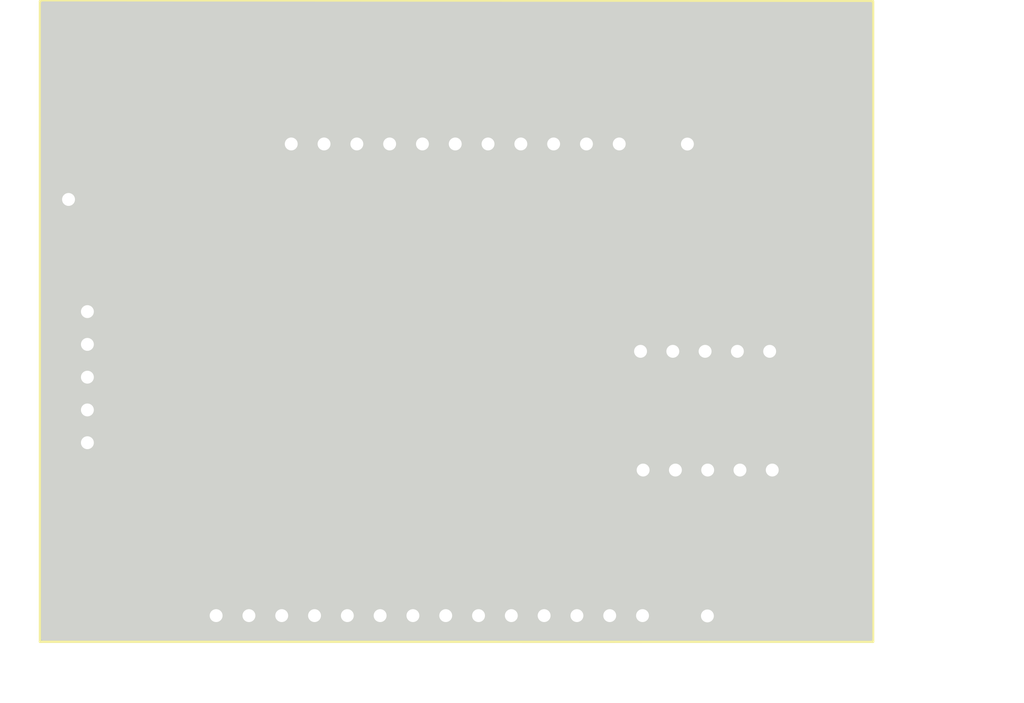
<source format=kicad_pcb>
(kicad_pcb (version 20171130) (host pcbnew "(5.0.2)-1")

  (general
    (thickness 1.6)
    (drawings 4)
    (tracks 163)
    (zones 0)
    (modules 11)
    (nets 41)
  )

  (page A4)
  (layers
    (0 F.Cu signal)
    (31 B.Cu signal)
    (32 B.Adhes user)
    (33 F.Adhes user)
    (34 B.Paste user)
    (35 F.Paste user)
    (36 B.SilkS user)
    (37 F.SilkS user)
    (38 B.Mask user)
    (39 F.Mask user)
    (40 Dwgs.User user)
    (41 Cmts.User user)
    (42 Eco1.User user)
    (43 Eco2.User user)
    (44 Edge.Cuts user)
    (45 Margin user)
    (46 B.CrtYd user)
    (47 F.CrtYd user)
    (48 B.Fab user)
    (49 F.Fab user)
  )

  (setup
    (last_trace_width 0.4)
    (user_trace_width 0.4)
    (trace_clearance 0.2)
    (zone_clearance 0)
    (zone_45_only no)
    (trace_min 0.2)
    (segment_width 0.2)
    (edge_width 0.15)
    (via_size 0.8)
    (via_drill 0.4)
    (via_min_size 0.4)
    (via_min_drill 0.3)
    (user_via 1.2 1)
    (uvia_size 0.3)
    (uvia_drill 0.1)
    (uvias_allowed no)
    (uvia_min_size 0.2)
    (uvia_min_drill 0.1)
    (pcb_text_width 0.3)
    (pcb_text_size 1.5 1.5)
    (mod_edge_width 0.15)
    (mod_text_size 1 1)
    (mod_text_width 0.15)
    (pad_size 1.524 1.524)
    (pad_drill 0.762)
    (pad_to_mask_clearance 0.051)
    (solder_mask_min_width 0.25)
    (aux_axis_origin 0 0)
    (visible_elements 7FFFFFFF)
    (pcbplotparams
      (layerselection 0x01033_ffffffff)
      (usegerberextensions true)
      (usegerberattributes false)
      (usegerberadvancedattributes false)
      (creategerberjobfile true)
      (excludeedgelayer true)
      (linewidth 0.100000)
      (plotframeref false)
      (viasonmask false)
      (mode 1)
      (useauxorigin false)
      (hpglpennumber 1)
      (hpglpenspeed 20)
      (hpglpendiameter 15.000000)
      (psnegative false)
      (psa4output false)
      (plotreference true)
      (plotvalue true)
      (plotinvisibletext false)
      (padsonsilk false)
      (subtractmaskfromsilk false)
      (outputformat 1)
      (mirror false)
      (drillshape 0)
      (scaleselection 1)
      (outputdirectory "../../../PCB_for_print/"))
  )

  (net 0 "")
  (net 1 "Net-(D1-Pad1)")
  (net 2 "Net-(R1-Pad2)")
  (net 3 "Net-(R2-Pad2)")
  (net 4 "Net-(D2-Pad1)")
  (net 5 "Net-(J3-Pad3)")
  (net 6 VCC)
  (net 7 "Net-(J3-Pad2)")
  (net 8 "Net-(J3-Pad1)")
  (net 9 "Net-(J3-Pad5)")
  (net 10 "Net-(J3-Pad4)")
  (net 11 "Net-(J2-Pad10)")
  (net 12 "Net-(J2-Pad13)")
  (net 13 "Net-(J2-Pad11)")
  (net 14 "Net-(J2-Pad12)")
  (net 15 "Net-(J2-Pad9)")
  (net 16 "Net-(J2-Pad14)")
  (net 17 "Net-(J3-Pad6)")
  (net 18 "Net-(J3-Pad10)")
  (net 19 "Net-(J3-Pad7)")
  (net 20 "Net-(J3-Pad9)")
  (net 21 "Net-(J3-Pad11)")
  (net 22 "Net-(J3-Pad8)")
  (net 23 VDD)
  (net 24 GND)
  (net 25 "Net-(J4-Pad1)")
  (net 26 "Net-(J5-Pad1)")
  (net 27 "Net-(J2-Pad8)")
  (net 28 "Net-(J2-Pad7)")
  (net 29 "Net-(J2-Pad6)")
  (net 30 "Net-(J2-Pad5)")
  (net 31 "Net-(J2-Pad4)")
  (net 32 "Net-(J2-Pad3)")
  (net 33 "Net-(J2-Pad2)")
  (net 34 "Net-(J2-Pad1)")
  (net 35 "Net-(J1-Pad5)")
  (net 36 "Net-(J1-Pad4)")
  (net 37 "Net-(J1-Pad3)")
  (net 38 "Net-(J1-Pad2)")
  (net 39 "Net-(J1-Pad1)")
  (net 40 "Net-(J5-Pad2)")

  (net_class Default "This is the default net class."
    (clearance 0.2)
    (trace_width 0.25)
    (via_dia 0.8)
    (via_drill 0.4)
    (uvia_dia 0.3)
    (uvia_drill 0.1)
    (add_net GND)
    (add_net "Net-(D1-Pad1)")
    (add_net "Net-(D2-Pad1)")
    (add_net "Net-(J1-Pad1)")
    (add_net "Net-(J1-Pad2)")
    (add_net "Net-(J1-Pad3)")
    (add_net "Net-(J1-Pad4)")
    (add_net "Net-(J1-Pad5)")
    (add_net "Net-(J2-Pad1)")
    (add_net "Net-(J2-Pad10)")
    (add_net "Net-(J2-Pad11)")
    (add_net "Net-(J2-Pad12)")
    (add_net "Net-(J2-Pad13)")
    (add_net "Net-(J2-Pad14)")
    (add_net "Net-(J2-Pad2)")
    (add_net "Net-(J2-Pad3)")
    (add_net "Net-(J2-Pad4)")
    (add_net "Net-(J2-Pad5)")
    (add_net "Net-(J2-Pad6)")
    (add_net "Net-(J2-Pad7)")
    (add_net "Net-(J2-Pad8)")
    (add_net "Net-(J2-Pad9)")
    (add_net "Net-(J3-Pad1)")
    (add_net "Net-(J3-Pad10)")
    (add_net "Net-(J3-Pad11)")
    (add_net "Net-(J3-Pad2)")
    (add_net "Net-(J3-Pad3)")
    (add_net "Net-(J3-Pad4)")
    (add_net "Net-(J3-Pad5)")
    (add_net "Net-(J3-Pad6)")
    (add_net "Net-(J3-Pad7)")
    (add_net "Net-(J3-Pad8)")
    (add_net "Net-(J3-Pad9)")
    (add_net "Net-(J4-Pad1)")
    (add_net "Net-(J5-Pad1)")
    (add_net "Net-(J5-Pad2)")
    (add_net "Net-(R1-Pad2)")
    (add_net "Net-(R2-Pad2)")
    (add_net VCC)
    (add_net VDD)
  )

  (module RC17xxHP_fp:RC17xxHP (layer F.Cu) (tedit 5C928203) (tstamp 5C9CEDC3)
    (at 136.815001 92.277001)
    (path /5C906235)
    (fp_text reference RC1 (at 0 10.16) (layer F.SilkS)
      (effects (font (size 1 1) (thickness 0.15)))
    )
    (fp_text value RC17xxHP (at 0 -19.05) (layer F.Fab)
      (effects (font (size 1 1) (thickness 0.15)))
    )
    (fp_line (start 13.97 7.62) (end 13.97 -7.62) (layer F.SilkS) (width 0.15))
    (fp_line (start -13.97 7.62) (end 13.97 7.62) (layer F.SilkS) (width 0.15))
    (fp_line (start -13.97 -7.62) (end -13.97 7.62) (layer F.SilkS) (width 0.15))
    (fp_line (start 13.97 -7.62) (end -13.97 -7.62) (layer F.SilkS) (width 0.15))
    (pad 1 smd roundrect (at -12.7 -3.81 90) (size 0.89 1.39) (layers F.Cu F.Paste F.Mask) (roundrect_rratio 0.25)
      (net 24 GND))
    (pad 2 smd roundrect (at -12.7 -2.54 90) (size 0.89 1.39) (layers F.Cu F.Paste F.Mask) (roundrect_rratio 0.25)
      (net 39 "Net-(J1-Pad1)"))
    (pad 3 smd roundrect (at -12.7 -1.27 90) (size 0.89 1.39) (layers F.Cu F.Paste F.Mask) (roundrect_rratio 0.25)
      (net 38 "Net-(J1-Pad2)"))
    (pad 4 smd roundrect (at -12.7 0 90) (size 0.89 1.39) (layers F.Cu F.Paste F.Mask) (roundrect_rratio 0.25)
      (net 37 "Net-(J1-Pad3)"))
    (pad 5 smd roundrect (at -12.7 1.27 90) (size 0.89 1.39) (layers F.Cu F.Paste F.Mask) (roundrect_rratio 0.25)
      (net 36 "Net-(J1-Pad4)"))
    (pad 6 smd roundrect (at -12.7 2.54 90) (size 0.89 1.39) (layers F.Cu F.Paste F.Mask) (roundrect_rratio 0.25)
      (net 35 "Net-(J1-Pad5)"))
    (pad 7 smd roundrect (at -12.7 3.81 90) (size 0.89 1.39) (layers F.Cu F.Paste F.Mask) (roundrect_rratio 0.25)
      (net 24 GND))
    (pad 15 smd roundrect (at -10.16 6.35 180) (size 0.89 1.39) (layers F.Cu F.Paste F.Mask) (roundrect_rratio 0.25)
      (net 34 "Net-(J2-Pad1)"))
    (pad 16 smd roundrect (at -8.89 6.35 180) (size 0.89 1.39) (layers F.Cu F.Paste F.Mask) (roundrect_rratio 0.25)
      (net 33 "Net-(J2-Pad2)"))
    (pad 17 smd roundrect (at -7.62 6.35 180) (size 0.89 1.39) (layers F.Cu F.Paste F.Mask) (roundrect_rratio 0.25)
      (net 32 "Net-(J2-Pad3)"))
    (pad 18 smd roundrect (at -6.35 6.35 180) (size 0.89 1.39) (layers F.Cu F.Paste F.Mask) (roundrect_rratio 0.25)
      (net 31 "Net-(J2-Pad4)"))
    (pad 19 smd roundrect (at -5.08 6.35 180) (size 0.89 1.39) (layers F.Cu F.Paste F.Mask) (roundrect_rratio 0.25)
      (net 30 "Net-(J2-Pad5)"))
    (pad 20 smd roundrect (at -3.81 6.35) (size 0.89 1.39) (layers F.Cu F.Paste F.Mask) (roundrect_rratio 0.25)
      (net 29 "Net-(J2-Pad6)"))
    (pad 21 smd roundrect (at -2.54 6.35 180) (size 0.89 1.39) (layers F.Cu F.Paste F.Mask) (roundrect_rratio 0.25)
      (net 28 "Net-(J2-Pad7)"))
    (pad 22 smd roundrect (at -1.27 6.35 180) (size 0.89 1.39) (layers F.Cu F.Paste F.Mask) (roundrect_rratio 0.25)
      (net 27 "Net-(J2-Pad8)"))
    (pad 13 smd roundrect (at 12.7 -2.54 90) (size 0.89 1.39) (layers F.Cu F.Paste F.Mask) (roundrect_rratio 0.25)
      (net 6 VCC))
    (pad 9 smd roundrect (at 12.7 2.54 90) (size 0.89 1.39) (layers F.Cu F.Paste F.Mask) (roundrect_rratio 0.25)
      (net 26 "Net-(J5-Pad1)"))
    (pad 12 smd roundrect (at 12.7 -1.27 90) (size 0.89 1.39) (layers F.Cu F.Paste F.Mask) (roundrect_rratio 0.25)
      (net 25 "Net-(J4-Pad1)"))
    (pad 10 smd roundrect (at 12.7 1.27 270) (size 0.89 1.39) (layers F.Cu F.Paste F.Mask) (roundrect_rratio 0.25)
      (net 24 GND))
    (pad 14 smd roundrect (at 12.7 -3.81 90) (size 0.89 1.39) (layers F.Cu F.Paste F.Mask) (roundrect_rratio 0.25)
      (net 24 GND))
    (pad 8 smd roundrect (at 12.7 3.81 90) (size 0.89 1.39) (layers F.Cu F.Paste F.Mask) (roundrect_rratio 0.25)
      (net 24 GND))
    (pad 11 smd roundrect (at 12.7 0 90) (size 0.89 1.39) (layers F.Cu F.Paste F.Mask) (roundrect_rratio 0.25)
      (net 23 VDD))
    (pad 29 smd roundrect (at -8.89 -6.35 180) (size 0.89 1.39) (layers F.Cu F.Paste F.Mask) (roundrect_rratio 0.25)
      (net 3 "Net-(R2-Pad2)"))
    (pad 25 smd roundrect (at -3.81 -6.35 180) (size 0.89 1.39) (layers F.Cu F.Paste F.Mask) (roundrect_rratio 0.25)
      (net 22 "Net-(J3-Pad8)"))
    (pad 28 smd roundrect (at -7.62 -6.35 180) (size 0.89 1.39) (layers F.Cu F.Paste F.Mask) (roundrect_rratio 0.25)
      (net 21 "Net-(J3-Pad11)"))
    (pad 26 smd roundrect (at -5.08 -6.35 180) (size 0.89 1.39) (layers F.Cu F.Paste F.Mask) (roundrect_rratio 0.25)
      (net 20 "Net-(J3-Pad9)"))
    (pad 30 smd roundrect (at -10.16 -6.35 180) (size 0.89 1.39) (layers F.Cu F.Paste F.Mask) (roundrect_rratio 0.25)
      (net 2 "Net-(R1-Pad2)"))
    (pad 24 smd roundrect (at -2.54 -6.35 180) (size 0.89 1.39) (layers F.Cu F.Paste F.Mask) (roundrect_rratio 0.25)
      (net 19 "Net-(J3-Pad7)"))
    (pad 27 smd roundrect (at -6.35 -6.35 180) (size 0.89 1.39) (layers F.Cu F.Paste F.Mask) (roundrect_rratio 0.25)
      (net 18 "Net-(J3-Pad10)"))
    (pad 23 smd roundrect (at -1.27 -6.35 180) (size 0.89 1.39) (layers F.Cu F.Paste F.Mask) (roundrect_rratio 0.25)
      (net 17 "Net-(J3-Pad6)"))
    (pad 42 smd roundrect (at 8.89 6.35 180) (size 0.89 1.39) (layers F.Cu F.Paste F.Mask) (roundrect_rratio 0.25)
      (net 16 "Net-(J2-Pad14)"))
    (pad 32 smd roundrect (at 2.54 6.35 180) (size 0.89 1.39) (layers F.Cu F.Paste F.Mask) (roundrect_rratio 0.25)
      (net 15 "Net-(J2-Pad9)"))
    (pad 38 smd roundrect (at 6.35 6.35) (size 0.89 1.39) (layers F.Cu F.Paste F.Mask) (roundrect_rratio 0.25)
      (net 14 "Net-(J2-Pad12)"))
    (pad 36 smd roundrect (at 5.08 6.35 180) (size 0.89 1.39) (layers F.Cu F.Paste F.Mask) (roundrect_rratio 0.25)
      (net 13 "Net-(J2-Pad11)"))
    (pad 40 smd roundrect (at 7.62 6.35 180) (size 0.89 1.39) (layers F.Cu F.Paste F.Mask) (roundrect_rratio 0.25)
      (net 12 "Net-(J2-Pad13)"))
    (pad 34 smd roundrect (at 3.81 6.35 180) (size 0.89 1.39) (layers F.Cu F.Paste F.Mask) (roundrect_rratio 0.25)
      (net 11 "Net-(J2-Pad10)"))
    (pad 33 smd roundrect (at 3.81 -6.35 180) (size 0.89 1.39) (layers F.Cu F.Paste F.Mask) (roundrect_rratio 0.25)
      (net 10 "Net-(J3-Pad4)"))
    (pad 31 smd roundrect (at 2.54 -6.35 180) (size 0.89 1.39) (layers F.Cu F.Paste F.Mask) (roundrect_rratio 0.25)
      (net 9 "Net-(J3-Pad5)"))
    (pad 39 smd roundrect (at 7.62 -6.35) (size 0.89 1.39) (layers F.Cu F.Paste F.Mask) (roundrect_rratio 0.25)
      (net 8 "Net-(J3-Pad1)"))
    (pad 37 smd roundrect (at 6.35 -6.35 180) (size 0.89 1.39) (layers F.Cu F.Paste F.Mask) (roundrect_rratio 0.25)
      (net 7 "Net-(J3-Pad2)"))
    (pad 41 smd roundrect (at 8.89 -6.35 180) (size 0.89 1.39) (layers F.Cu F.Paste F.Mask) (roundrect_rratio 0.25)
      (net 6 VCC))
    (pad 35 smd roundrect (at 5.08 -6.35 180) (size 0.89 1.39) (layers F.Cu F.Paste F.Mask) (roundrect_rratio 0.25)
      (net 5 "Net-(J3-Pad3)"))
  )

  (module Connector_PinSocket_2.54mm:PinSocket_1x14_P2.54mm_Vertical (layer F.Cu) (tedit 5A19A434) (tstamp 5C9CEE0B)
    (at 119.634 110.6805 90)
    (descr "Through hole straight socket strip, 1x14, 2.54mm pitch, single row (from Kicad 4.0.7), script generated")
    (tags "Through hole socket strip THT 1x14 2.54mm single row")
    (path /5C90DADC)
    (fp_text reference J2 (at 0 -2.77 90) (layer F.SilkS)
      (effects (font (size 1 1) (thickness 0.15)))
    )
    (fp_text value Conn_01x14_Male (at 0 35.79 90) (layer F.Fab)
      (effects (font (size 1 1) (thickness 0.15)))
    )
    (fp_text user %R (at 0 16.51 180) (layer F.Fab)
      (effects (font (size 1 1) (thickness 0.15)))
    )
    (fp_line (start -1.8 34.8) (end -1.8 -1.8) (layer F.CrtYd) (width 0.05))
    (fp_line (start 1.75 34.8) (end -1.8 34.8) (layer F.CrtYd) (width 0.05))
    (fp_line (start 1.75 -1.8) (end 1.75 34.8) (layer F.CrtYd) (width 0.05))
    (fp_line (start -1.8 -1.8) (end 1.75 -1.8) (layer F.CrtYd) (width 0.05))
    (fp_line (start 0 -1.33) (end 1.33 -1.33) (layer F.SilkS) (width 0.12))
    (fp_line (start 1.33 -1.33) (end 1.33 0) (layer F.SilkS) (width 0.12))
    (fp_line (start 1.33 1.27) (end 1.33 34.35) (layer F.SilkS) (width 0.12))
    (fp_line (start -1.33 34.35) (end 1.33 34.35) (layer F.SilkS) (width 0.12))
    (fp_line (start -1.33 1.27) (end -1.33 34.35) (layer F.SilkS) (width 0.12))
    (fp_line (start -1.33 1.27) (end 1.33 1.27) (layer F.SilkS) (width 0.12))
    (fp_line (start -1.27 34.29) (end -1.27 -1.27) (layer F.Fab) (width 0.1))
    (fp_line (start 1.27 34.29) (end -1.27 34.29) (layer F.Fab) (width 0.1))
    (fp_line (start 1.27 -0.635) (end 1.27 34.29) (layer F.Fab) (width 0.1))
    (fp_line (start 0.635 -1.27) (end 1.27 -0.635) (layer F.Fab) (width 0.1))
    (fp_line (start -1.27 -1.27) (end 0.635 -1.27) (layer F.Fab) (width 0.1))
    (pad 14 thru_hole oval (at 0 33.02 90) (size 1.7 1.7) (drill 1) (layers *.Cu *.Mask)
      (net 16 "Net-(J2-Pad14)"))
    (pad 13 thru_hole oval (at 0 30.48 90) (size 1.7 1.7) (drill 1) (layers *.Cu *.Mask)
      (net 12 "Net-(J2-Pad13)"))
    (pad 12 thru_hole oval (at 0 27.94 90) (size 1.7 1.7) (drill 1) (layers *.Cu *.Mask)
      (net 14 "Net-(J2-Pad12)"))
    (pad 11 thru_hole oval (at 0 25.4 90) (size 1.7 1.7) (drill 1) (layers *.Cu *.Mask)
      (net 13 "Net-(J2-Pad11)"))
    (pad 10 thru_hole oval (at 0 22.86 90) (size 1.7 1.7) (drill 1) (layers *.Cu *.Mask)
      (net 11 "Net-(J2-Pad10)"))
    (pad 9 thru_hole oval (at 0 20.32 90) (size 1.7 1.7) (drill 1) (layers *.Cu *.Mask)
      (net 15 "Net-(J2-Pad9)"))
    (pad 8 thru_hole oval (at 0 17.78 90) (size 1.7 1.7) (drill 1) (layers *.Cu *.Mask)
      (net 27 "Net-(J2-Pad8)"))
    (pad 7 thru_hole oval (at 0 15.24 90) (size 1.7 1.7) (drill 1) (layers *.Cu *.Mask)
      (net 28 "Net-(J2-Pad7)"))
    (pad 6 thru_hole oval (at 0 12.7 90) (size 1.7 1.7) (drill 1) (layers *.Cu *.Mask)
      (net 29 "Net-(J2-Pad6)"))
    (pad 5 thru_hole oval (at 0 10.16 90) (size 1.7 1.7) (drill 1) (layers *.Cu *.Mask)
      (net 30 "Net-(J2-Pad5)"))
    (pad 4 thru_hole oval (at 0 7.62 90) (size 1.7 1.7) (drill 1) (layers *.Cu *.Mask)
      (net 31 "Net-(J2-Pad4)"))
    (pad 3 thru_hole oval (at 0 5.08 90) (size 1.7 1.7) (drill 1) (layers *.Cu *.Mask)
      (net 32 "Net-(J2-Pad3)"))
    (pad 2 thru_hole oval (at 0 2.54 90) (size 1.7 1.7) (drill 1) (layers *.Cu *.Mask)
      (net 33 "Net-(J2-Pad2)"))
    (pad 1 thru_hole rect (at 0 0 90) (size 1.7 1.7) (drill 1) (layers *.Cu *.Mask)
      (net 34 "Net-(J2-Pad1)"))
    (model ${KISYS3DMOD}/Connector_PinSocket_2.54mm.3dshapes/PinSocket_1x14_P2.54mm_Vertical.wrl
      (at (xyz 0 0 0))
      (scale (xyz 1 1 1))
      (rotate (xyz 0 0 0))
    )
  )

  (module LED_SMD:LED_1206_3216Metric (layer F.Cu) (tedit 5B301BBE) (tstamp 5CA963A5)
    (at 120.015 68.326 90)
    (descr "LED SMD 1206 (3216 Metric), square (rectangular) end terminal, IPC_7351 nominal, (Body size source: http://www.tortai-tech.com/upload/download/2011102023233369053.pdf), generated with kicad-footprint-generator")
    (tags diode)
    (path /5C9064AF)
    (attr smd)
    (fp_text reference D2 (at 0 -1.82 90) (layer F.SilkS)
      (effects (font (size 1 1) (thickness 0.15)))
    )
    (fp_text value LED (at 0 1.82 90) (layer F.Fab)
      (effects (font (size 1 1) (thickness 0.15)))
    )
    (fp_text user %R (at 0 0 90) (layer F.Fab)
      (effects (font (size 0.8 0.8) (thickness 0.12)))
    )
    (fp_line (start 2.28 1.12) (end -2.28 1.12) (layer F.CrtYd) (width 0.05))
    (fp_line (start 2.28 -1.12) (end 2.28 1.12) (layer F.CrtYd) (width 0.05))
    (fp_line (start -2.28 -1.12) (end 2.28 -1.12) (layer F.CrtYd) (width 0.05))
    (fp_line (start -2.28 1.12) (end -2.28 -1.12) (layer F.CrtYd) (width 0.05))
    (fp_line (start -2.285 1.135) (end 1.6 1.135) (layer F.SilkS) (width 0.12))
    (fp_line (start -2.285 -1.135) (end -2.285 1.135) (layer F.SilkS) (width 0.12))
    (fp_line (start 1.6 -1.135) (end -2.285 -1.135) (layer F.SilkS) (width 0.12))
    (fp_line (start 1.6 0.8) (end 1.6 -0.8) (layer F.Fab) (width 0.1))
    (fp_line (start -1.6 0.8) (end 1.6 0.8) (layer F.Fab) (width 0.1))
    (fp_line (start -1.6 -0.4) (end -1.6 0.8) (layer F.Fab) (width 0.1))
    (fp_line (start -1.2 -0.8) (end -1.6 -0.4) (layer F.Fab) (width 0.1))
    (fp_line (start 1.6 -0.8) (end -1.2 -0.8) (layer F.Fab) (width 0.1))
    (pad 2 smd roundrect (at 1.4 0 90) (size 1.25 1.75) (layers F.Cu F.Paste F.Mask) (roundrect_rratio 0.2)
      (net 24 GND))
    (pad 1 smd roundrect (at -1.4 0 90) (size 1.25 1.75) (layers F.Cu F.Paste F.Mask) (roundrect_rratio 0.2)
      (net 4 "Net-(D2-Pad1)"))
    (model ${KISYS3DMOD}/LED_SMD.3dshapes/LED_1206_3216Metric.wrl
      (at (xyz 0 0 0))
      (scale (xyz 1 1 1))
      (rotate (xyz 0 0 0))
    )
  )

  (module LED_SMD:LED_1206_3216Metric (layer F.Cu) (tedit 5B301BBE) (tstamp 5CA96393)
    (at 116.3955 68.326 90)
    (descr "LED SMD 1206 (3216 Metric), square (rectangular) end terminal, IPC_7351 nominal, (Body size source: http://www.tortai-tech.com/upload/download/2011102023233369053.pdf), generated with kicad-footprint-generator")
    (tags diode)
    (path /5C906536)
    (attr smd)
    (fp_text reference D1 (at 0 -1.82 90) (layer F.SilkS)
      (effects (font (size 1 1) (thickness 0.15)))
    )
    (fp_text value LED (at 0 1.82 90) (layer F.Fab)
      (effects (font (size 1 1) (thickness 0.15)))
    )
    (fp_text user %R (at 0 0 90) (layer F.Fab)
      (effects (font (size 0.8 0.8) (thickness 0.12)))
    )
    (fp_line (start 2.28 1.12) (end -2.28 1.12) (layer F.CrtYd) (width 0.05))
    (fp_line (start 2.28 -1.12) (end 2.28 1.12) (layer F.CrtYd) (width 0.05))
    (fp_line (start -2.28 -1.12) (end 2.28 -1.12) (layer F.CrtYd) (width 0.05))
    (fp_line (start -2.28 1.12) (end -2.28 -1.12) (layer F.CrtYd) (width 0.05))
    (fp_line (start -2.285 1.135) (end 1.6 1.135) (layer F.SilkS) (width 0.12))
    (fp_line (start -2.285 -1.135) (end -2.285 1.135) (layer F.SilkS) (width 0.12))
    (fp_line (start 1.6 -1.135) (end -2.285 -1.135) (layer F.SilkS) (width 0.12))
    (fp_line (start 1.6 0.8) (end 1.6 -0.8) (layer F.Fab) (width 0.1))
    (fp_line (start -1.6 0.8) (end 1.6 0.8) (layer F.Fab) (width 0.1))
    (fp_line (start -1.6 -0.4) (end -1.6 0.8) (layer F.Fab) (width 0.1))
    (fp_line (start -1.2 -0.8) (end -1.6 -0.4) (layer F.Fab) (width 0.1))
    (fp_line (start 1.6 -0.8) (end -1.2 -0.8) (layer F.Fab) (width 0.1))
    (pad 2 smd roundrect (at 1.4 0 90) (size 1.25 1.75) (layers F.Cu F.Paste F.Mask) (roundrect_rratio 0.2)
      (net 24 GND))
    (pad 1 smd roundrect (at -1.4 0 90) (size 1.25 1.75) (layers F.Cu F.Paste F.Mask) (roundrect_rratio 0.2)
      (net 1 "Net-(D1-Pad1)"))
    (model ${KISYS3DMOD}/LED_SMD.3dshapes/LED_1206_3216Metric.wrl
      (at (xyz 0 0 0))
      (scale (xyz 1 1 1))
      (rotate (xyz 0 0 0))
    )
  )

  (module Connector_PinSocket_2.54mm:PinSocket_1x01_P2.54mm_Vertical (layer F.Cu) (tedit 5A19A434) (tstamp 5CA94B0B)
    (at 156.12872 74.13752)
    (descr "Through hole straight socket strip, 1x01, 2.54mm pitch, single row (from Kicad 4.0.7), script generated")
    (tags "Through hole socket strip THT 1x01 2.54mm single row")
    (path /5C91C94D)
    (fp_text reference J6 (at 0 -2.77) (layer F.SilkS)
      (effects (font (size 1 1) (thickness 0.15)))
    )
    (fp_text value Conn_01x01_Male (at 0 2.77) (layer F.Fab)
      (effects (font (size 1 1) (thickness 0.15)))
    )
    (fp_text user %R (at 0 0) (layer F.Fab)
      (effects (font (size 1 1) (thickness 0.15)))
    )
    (fp_line (start -1.8 1.75) (end -1.8 -1.8) (layer F.CrtYd) (width 0.05))
    (fp_line (start 1.75 1.75) (end -1.8 1.75) (layer F.CrtYd) (width 0.05))
    (fp_line (start 1.75 -1.8) (end 1.75 1.75) (layer F.CrtYd) (width 0.05))
    (fp_line (start -1.8 -1.8) (end 1.75 -1.8) (layer F.CrtYd) (width 0.05))
    (fp_line (start 0 -1.33) (end 1.33 -1.33) (layer F.SilkS) (width 0.12))
    (fp_line (start 1.33 -1.33) (end 1.33 0) (layer F.SilkS) (width 0.12))
    (fp_line (start 1.33 1.21) (end 1.33 1.33) (layer F.SilkS) (width 0.12))
    (fp_line (start -1.33 1.21) (end -1.33 1.33) (layer F.SilkS) (width 0.12))
    (fp_line (start -1.33 1.33) (end 1.33 1.33) (layer F.SilkS) (width 0.12))
    (fp_line (start -1.27 1.27) (end -1.27 -1.27) (layer F.Fab) (width 0.1))
    (fp_line (start 1.27 1.27) (end -1.27 1.27) (layer F.Fab) (width 0.1))
    (fp_line (start 1.27 -0.635) (end 1.27 1.27) (layer F.Fab) (width 0.1))
    (fp_line (start 0.635 -1.27) (end 1.27 -0.635) (layer F.Fab) (width 0.1))
    (fp_line (start -1.27 -1.27) (end 0.635 -1.27) (layer F.Fab) (width 0.1))
    (pad 1 thru_hole rect (at 0 0) (size 1.7 1.7) (drill 1) (layers *.Cu *.Mask)
      (net 6 VCC))
    (model ${KISYS3DMOD}/Connector_PinSocket_2.54mm.3dshapes/PinSocket_1x01_P2.54mm_Vertical.wrl
      (at (xyz 0 0 0))
      (scale (xyz 1 1 1))
      (rotate (xyz 0 0 0))
    )
  )

  (module Connector_Coaxial:SMA_Amphenol_132289_EdgeMount (layer F.Cu) (tedit 5A1C1810) (tstamp 5C9CEFE4)
    (at 167.7035 94.8055)
    (descr http://www.amphenolrf.com/132289.html)
    (tags SMA)
    (path /5C90CD48)
    (attr smd)
    (fp_text reference J5 (at -3.96 -3 90) (layer F.SilkS)
      (effects (font (size 1 1) (thickness 0.15)))
    )
    (fp_text value Conn_Coaxial_Power (at 5 6) (layer F.Fab)
      (effects (font (size 1 1) (thickness 0.15)))
    )
    (fp_line (start -1.91 5.08) (end 4.445 5.08) (layer F.Fab) (width 0.1))
    (fp_line (start -1.91 3.81) (end -1.91 5.08) (layer F.Fab) (width 0.1))
    (fp_line (start 2.54 3.81) (end -1.91 3.81) (layer F.Fab) (width 0.1))
    (fp_line (start 2.54 -3.81) (end 2.54 3.81) (layer F.Fab) (width 0.1))
    (fp_line (start -1.91 -3.81) (end 2.54 -3.81) (layer F.Fab) (width 0.1))
    (fp_line (start -1.91 -5.08) (end -1.91 -3.81) (layer F.Fab) (width 0.1))
    (fp_line (start -1.91 -5.08) (end 4.445 -5.08) (layer F.Fab) (width 0.1))
    (fp_line (start 4.445 -3.81) (end 4.445 -5.08) (layer F.Fab) (width 0.1))
    (fp_line (start 4.445 5.08) (end 4.445 3.81) (layer F.Fab) (width 0.1))
    (fp_line (start 13.97 3.81) (end 4.445 3.81) (layer F.Fab) (width 0.1))
    (fp_line (start 13.97 -3.81) (end 13.97 3.81) (layer F.Fab) (width 0.1))
    (fp_line (start 4.445 -3.81) (end 13.97 -3.81) (layer F.Fab) (width 0.1))
    (fp_line (start -3.04 5.58) (end -3.04 -5.58) (layer B.CrtYd) (width 0.05))
    (fp_line (start 14.47 5.58) (end -3.04 5.58) (layer B.CrtYd) (width 0.05))
    (fp_line (start 14.47 -5.58) (end 14.47 5.58) (layer B.CrtYd) (width 0.05))
    (fp_line (start 14.47 -5.58) (end -3.04 -5.58) (layer B.CrtYd) (width 0.05))
    (fp_line (start -3.04 5.58) (end -3.04 -5.58) (layer F.CrtYd) (width 0.05))
    (fp_line (start 14.47 5.58) (end -3.04 5.58) (layer F.CrtYd) (width 0.05))
    (fp_line (start 14.47 -5.58) (end 14.47 5.58) (layer F.CrtYd) (width 0.05))
    (fp_line (start 14.47 -5.58) (end -3.04 -5.58) (layer F.CrtYd) (width 0.05))
    (fp_text user %R (at 4.79 0 270) (layer F.Fab)
      (effects (font (size 1 1) (thickness 0.15)))
    )
    (fp_line (start 2.54 -0.75) (end 3.54 0) (layer F.Fab) (width 0.1))
    (fp_line (start 3.54 0) (end 2.54 0.75) (layer F.Fab) (width 0.1))
    (fp_line (start -3.21 0) (end -3.71 -0.25) (layer F.SilkS) (width 0.12))
    (fp_line (start -3.71 -0.25) (end -3.71 0.25) (layer F.SilkS) (width 0.12))
    (fp_line (start -3.71 0.25) (end -3.21 0) (layer F.SilkS) (width 0.12))
    (pad 1 smd rect (at 0 0 90) (size 1.5 5.08) (layers F.Cu F.Paste F.Mask)
      (net 26 "Net-(J5-Pad1)"))
    (pad 2 smd rect (at 0 -4.25 90) (size 1.5 5.08) (layers F.Cu F.Paste F.Mask)
      (net 40 "Net-(J5-Pad2)"))
    (pad 2 smd rect (at 0 4.25 90) (size 1.5 5.08) (layers F.Cu F.Paste F.Mask)
      (net 40 "Net-(J5-Pad2)"))
    (pad 2 smd rect (at 0 -4.25 90) (size 1.5 5.08) (layers B.Cu B.Paste B.Mask)
      (net 40 "Net-(J5-Pad2)"))
    (pad 2 smd rect (at 0 4.25 90) (size 1.5 5.08) (layers B.Cu B.Paste B.Mask)
      (net 40 "Net-(J5-Pad2)"))
    (model ${KISYS3DMOD}/Connector_Coaxial.3dshapes/SMA_Amphenol_132289_EdgeMount.wrl
      (at (xyz 0 0 0))
      (scale (xyz 1 1 1))
      (rotate (xyz 0 0 0))
    )
  )

  (module Connector_PinSocket_2.54mm:PinSocket_1x01_P2.54mm_Vertical (layer F.Cu) (tedit 5A19A434) (tstamp 5C9134DF)
    (at 157.67812 110.70336 270)
    (descr "Through hole straight socket strip, 1x01, 2.54mm pitch, single row (from Kicad 4.0.7), script generated")
    (tags "Through hole socket strip THT 1x01 2.54mm single row")
    (path /5C90B06B)
    (fp_text reference J4 (at 0 -2.77 270) (layer F.SilkS)
      (effects (font (size 1 1) (thickness 0.15)))
    )
    (fp_text value Conn_01x01_Male (at 0 2.77 270) (layer F.Fab)
      (effects (font (size 1 1) (thickness 0.15)))
    )
    (fp_text user %R (at 0 0 270) (layer F.Fab)
      (effects (font (size 1 1) (thickness 0.15)))
    )
    (fp_line (start -1.8 1.75) (end -1.8 -1.8) (layer F.CrtYd) (width 0.05))
    (fp_line (start 1.75 1.75) (end -1.8 1.75) (layer F.CrtYd) (width 0.05))
    (fp_line (start 1.75 -1.8) (end 1.75 1.75) (layer F.CrtYd) (width 0.05))
    (fp_line (start -1.8 -1.8) (end 1.75 -1.8) (layer F.CrtYd) (width 0.05))
    (fp_line (start 0 -1.33) (end 1.33 -1.33) (layer F.SilkS) (width 0.12))
    (fp_line (start 1.33 -1.33) (end 1.33 0) (layer F.SilkS) (width 0.12))
    (fp_line (start 1.33 1.21) (end 1.33 1.33) (layer F.SilkS) (width 0.12))
    (fp_line (start -1.33 1.21) (end -1.33 1.33) (layer F.SilkS) (width 0.12))
    (fp_line (start -1.33 1.33) (end 1.33 1.33) (layer F.SilkS) (width 0.12))
    (fp_line (start -1.27 1.27) (end -1.27 -1.27) (layer F.Fab) (width 0.1))
    (fp_line (start 1.27 1.27) (end -1.27 1.27) (layer F.Fab) (width 0.1))
    (fp_line (start 1.27 -0.635) (end 1.27 1.27) (layer F.Fab) (width 0.1))
    (fp_line (start 0.635 -1.27) (end 1.27 -0.635) (layer F.Fab) (width 0.1))
    (fp_line (start -1.27 -1.27) (end 0.635 -1.27) (layer F.Fab) (width 0.1))
    (pad 1 thru_hole rect (at 0 0 270) (size 1.7 1.7) (drill 1) (layers *.Cu *.Mask)
      (net 25 "Net-(J4-Pad1)"))
    (model ${KISYS3DMOD}/Connector_PinSocket_2.54mm.3dshapes/PinSocket_1x01_P2.54mm_Vertical.wrl
      (at (xyz 0 0 0))
      (scale (xyz 1 1 1))
      (rotate (xyz 0 0 0))
    )
  )

  (module Connector_PinSocket_2.54mm:PinSocket_1x05_P2.54mm_Vertical (layer F.Cu) (tedit 5A19A420) (tstamp 5C9CEE43)
    (at 109.6645 87.122)
    (descr "Through hole straight socket strip, 1x05, 2.54mm pitch, single row (from Kicad 4.0.7), script generated")
    (tags "Through hole socket strip THT 1x05 2.54mm single row")
    (path /5C91C499)
    (fp_text reference J1 (at 0 -2.77) (layer F.SilkS)
      (effects (font (size 1 1) (thickness 0.15)))
    )
    (fp_text value Conn_01x05_Male (at 0 12.93) (layer F.Fab)
      (effects (font (size 1 1) (thickness 0.15)))
    )
    (fp_text user %R (at 0 5.08 90) (layer F.Fab)
      (effects (font (size 1 1) (thickness 0.15)))
    )
    (fp_line (start -1.8 11.9) (end -1.8 -1.8) (layer F.CrtYd) (width 0.05))
    (fp_line (start 1.75 11.9) (end -1.8 11.9) (layer F.CrtYd) (width 0.05))
    (fp_line (start 1.75 -1.8) (end 1.75 11.9) (layer F.CrtYd) (width 0.05))
    (fp_line (start -1.8 -1.8) (end 1.75 -1.8) (layer F.CrtYd) (width 0.05))
    (fp_line (start 0 -1.33) (end 1.33 -1.33) (layer F.SilkS) (width 0.12))
    (fp_line (start 1.33 -1.33) (end 1.33 0) (layer F.SilkS) (width 0.12))
    (fp_line (start 1.33 1.27) (end 1.33 11.49) (layer F.SilkS) (width 0.12))
    (fp_line (start -1.33 11.49) (end 1.33 11.49) (layer F.SilkS) (width 0.12))
    (fp_line (start -1.33 1.27) (end -1.33 11.49) (layer F.SilkS) (width 0.12))
    (fp_line (start -1.33 1.27) (end 1.33 1.27) (layer F.SilkS) (width 0.12))
    (fp_line (start -1.27 11.43) (end -1.27 -1.27) (layer F.Fab) (width 0.1))
    (fp_line (start 1.27 11.43) (end -1.27 11.43) (layer F.Fab) (width 0.1))
    (fp_line (start 1.27 -0.635) (end 1.27 11.43) (layer F.Fab) (width 0.1))
    (fp_line (start 0.635 -1.27) (end 1.27 -0.635) (layer F.Fab) (width 0.1))
    (fp_line (start -1.27 -1.27) (end 0.635 -1.27) (layer F.Fab) (width 0.1))
    (pad 5 thru_hole oval (at 0 10.16) (size 1.7 1.7) (drill 1) (layers *.Cu *.Mask)
      (net 35 "Net-(J1-Pad5)"))
    (pad 4 thru_hole oval (at 0 7.62) (size 1.7 1.7) (drill 1) (layers *.Cu *.Mask)
      (net 36 "Net-(J1-Pad4)"))
    (pad 3 thru_hole oval (at 0 5.08) (size 1.7 1.7) (drill 1) (layers *.Cu *.Mask)
      (net 37 "Net-(J1-Pad3)"))
    (pad 2 thru_hole oval (at 0 2.54) (size 1.7 1.7) (drill 1) (layers *.Cu *.Mask)
      (net 38 "Net-(J1-Pad2)"))
    (pad 1 thru_hole rect (at 0 0) (size 1.7 1.7) (drill 1) (layers *.Cu *.Mask)
      (net 39 "Net-(J1-Pad1)"))
    (model ${KISYS3DMOD}/Connector_PinSocket_2.54mm.3dshapes/PinSocket_1x05_P2.54mm_Vertical.wrl
      (at (xyz 0 0 0))
      (scale (xyz 1 1 1))
      (rotate (xyz 0 0 0))
    )
  )

  (module Connector_PinSocket_2.54mm:PinSocket_1x11_P2.54mm_Vertical (layer F.Cu) (tedit 5A19A42E) (tstamp 5C9CEE2A)
    (at 150.8506 74.1299 270)
    (descr "Through hole straight socket strip, 1x11, 2.54mm pitch, single row (from Kicad 4.0.7), script generated")
    (tags "Through hole socket strip THT 1x11 2.54mm single row")
    (path /5C906638)
    (fp_text reference J3 (at 0 -2.77 270) (layer F.SilkS)
      (effects (font (size 1 1) (thickness 0.15)))
    )
    (fp_text value Conn_01x11_Male (at 0 28.17 270) (layer F.Fab)
      (effects (font (size 1 1) (thickness 0.15)))
    )
    (fp_text user %R (at 0 12.7) (layer F.Fab)
      (effects (font (size 1 1) (thickness 0.15)))
    )
    (fp_line (start -1.8 27.15) (end -1.8 -1.8) (layer F.CrtYd) (width 0.05))
    (fp_line (start 1.75 27.15) (end -1.8 27.15) (layer F.CrtYd) (width 0.05))
    (fp_line (start 1.75 -1.8) (end 1.75 27.15) (layer F.CrtYd) (width 0.05))
    (fp_line (start -1.8 -1.8) (end 1.75 -1.8) (layer F.CrtYd) (width 0.05))
    (fp_line (start 0 -1.33) (end 1.33 -1.33) (layer F.SilkS) (width 0.12))
    (fp_line (start 1.33 -1.33) (end 1.33 0) (layer F.SilkS) (width 0.12))
    (fp_line (start 1.33 1.27) (end 1.33 26.73) (layer F.SilkS) (width 0.12))
    (fp_line (start -1.33 26.73) (end 1.33 26.73) (layer F.SilkS) (width 0.12))
    (fp_line (start -1.33 1.27) (end -1.33 26.73) (layer F.SilkS) (width 0.12))
    (fp_line (start -1.33 1.27) (end 1.33 1.27) (layer F.SilkS) (width 0.12))
    (fp_line (start -1.27 26.67) (end -1.27 -1.27) (layer F.Fab) (width 0.1))
    (fp_line (start 1.27 26.67) (end -1.27 26.67) (layer F.Fab) (width 0.1))
    (fp_line (start 1.27 -0.635) (end 1.27 26.67) (layer F.Fab) (width 0.1))
    (fp_line (start 0.635 -1.27) (end 1.27 -0.635) (layer F.Fab) (width 0.1))
    (fp_line (start -1.27 -1.27) (end 0.635 -1.27) (layer F.Fab) (width 0.1))
    (pad 11 thru_hole oval (at 0 25.4 270) (size 1.7 1.7) (drill 1) (layers *.Cu *.Mask)
      (net 21 "Net-(J3-Pad11)"))
    (pad 10 thru_hole oval (at 0 22.86 270) (size 1.7 1.7) (drill 1) (layers *.Cu *.Mask)
      (net 18 "Net-(J3-Pad10)"))
    (pad 9 thru_hole oval (at 0 20.32 270) (size 1.7 1.7) (drill 1) (layers *.Cu *.Mask)
      (net 20 "Net-(J3-Pad9)"))
    (pad 8 thru_hole oval (at 0 17.78 270) (size 1.7 1.7) (drill 1) (layers *.Cu *.Mask)
      (net 22 "Net-(J3-Pad8)"))
    (pad 7 thru_hole oval (at 0 15.24 270) (size 1.7 1.7) (drill 1) (layers *.Cu *.Mask)
      (net 19 "Net-(J3-Pad7)"))
    (pad 6 thru_hole oval (at 0 12.7 270) (size 1.7 1.7) (drill 1) (layers *.Cu *.Mask)
      (net 17 "Net-(J3-Pad6)"))
    (pad 5 thru_hole oval (at 0 10.16 270) (size 1.7 1.7) (drill 1) (layers *.Cu *.Mask)
      (net 9 "Net-(J3-Pad5)"))
    (pad 4 thru_hole oval (at 0 7.62 270) (size 1.7 1.7) (drill 1) (layers *.Cu *.Mask)
      (net 10 "Net-(J3-Pad4)"))
    (pad 3 thru_hole oval (at 0 5.08 270) (size 1.7 1.7) (drill 1) (layers *.Cu *.Mask)
      (net 5 "Net-(J3-Pad3)"))
    (pad 2 thru_hole oval (at 0 2.54 270) (size 1.7 1.7) (drill 1) (layers *.Cu *.Mask)
      (net 7 "Net-(J3-Pad2)"))
    (pad 1 thru_hole rect (at 0 0 270) (size 1.7 1.7) (drill 1) (layers *.Cu *.Mask)
      (net 8 "Net-(J3-Pad1)"))
    (model ${KISYS3DMOD}/Connector_PinSocket_2.54mm.3dshapes/PinSocket_1x11_P2.54mm_Vertical.wrl
      (at (xyz 0 0 0))
      (scale (xyz 1 1 1))
      (rotate (xyz 0 0 0))
    )
  )

  (module Resistor_SMD:R_0603_1608Metric (layer F.Cu) (tedit 5B301BBD) (tstamp 5C9CED91)
    (at 120.015 75.6285 270)
    (descr "Resistor SMD 0603 (1608 Metric), square (rectangular) end terminal, IPC_7351 nominal, (Body size source: http://www.tortai-tech.com/upload/download/2011102023233369053.pdf), generated with kicad-footprint-generator")
    (tags resistor)
    (path /5C9063FA)
    (attr smd)
    (fp_text reference R2 (at 0 -1.43 270) (layer F.SilkS)
      (effects (font (size 1 1) (thickness 0.15)))
    )
    (fp_text value R (at 0 1.43 270) (layer F.Fab)
      (effects (font (size 1 1) (thickness 0.15)))
    )
    (fp_text user %R (at 0 0 270) (layer F.Fab)
      (effects (font (size 0.4 0.4) (thickness 0.06)))
    )
    (fp_line (start 1.48 0.73) (end -1.48 0.73) (layer F.CrtYd) (width 0.05))
    (fp_line (start 1.48 -0.73) (end 1.48 0.73) (layer F.CrtYd) (width 0.05))
    (fp_line (start -1.48 -0.73) (end 1.48 -0.73) (layer F.CrtYd) (width 0.05))
    (fp_line (start -1.48 0.73) (end -1.48 -0.73) (layer F.CrtYd) (width 0.05))
    (fp_line (start -0.162779 0.51) (end 0.162779 0.51) (layer F.SilkS) (width 0.12))
    (fp_line (start -0.162779 -0.51) (end 0.162779 -0.51) (layer F.SilkS) (width 0.12))
    (fp_line (start 0.8 0.4) (end -0.8 0.4) (layer F.Fab) (width 0.1))
    (fp_line (start 0.8 -0.4) (end 0.8 0.4) (layer F.Fab) (width 0.1))
    (fp_line (start -0.8 -0.4) (end 0.8 -0.4) (layer F.Fab) (width 0.1))
    (fp_line (start -0.8 0.4) (end -0.8 -0.4) (layer F.Fab) (width 0.1))
    (pad 2 smd roundrect (at 0.7875 0 270) (size 0.875 0.95) (layers F.Cu F.Paste F.Mask) (roundrect_rratio 0.25)
      (net 3 "Net-(R2-Pad2)"))
    (pad 1 smd roundrect (at -0.7875 0 270) (size 0.875 0.95) (layers F.Cu F.Paste F.Mask) (roundrect_rratio 0.25)
      (net 4 "Net-(D2-Pad1)"))
    (model ${KISYS3DMOD}/Resistor_SMD.3dshapes/R_0603_1608Metric.wrl
      (at (xyz 0 0 0))
      (scale (xyz 1 1 1))
      (rotate (xyz 0 0 0))
    )
  )

  (module Resistor_SMD:R_0603_1608Metric (layer F.Cu) (tedit 5B301BBD) (tstamp 5C9CED80)
    (at 116.3955 75.565 270)
    (descr "Resistor SMD 0603 (1608 Metric), square (rectangular) end terminal, IPC_7351 nominal, (Body size source: http://www.tortai-tech.com/upload/download/2011102023233369053.pdf), generated with kicad-footprint-generator")
    (tags resistor)
    (path /5C906386)
    (attr smd)
    (fp_text reference R1 (at 0 -1.43 270) (layer F.SilkS)
      (effects (font (size 1 1) (thickness 0.15)))
    )
    (fp_text value R (at 0 1.43 270) (layer F.Fab)
      (effects (font (size 1 1) (thickness 0.15)))
    )
    (fp_text user %R (at 0 0 270) (layer F.Fab)
      (effects (font (size 0.4 0.4) (thickness 0.06)))
    )
    (fp_line (start 1.48 0.73) (end -1.48 0.73) (layer F.CrtYd) (width 0.05))
    (fp_line (start 1.48 -0.73) (end 1.48 0.73) (layer F.CrtYd) (width 0.05))
    (fp_line (start -1.48 -0.73) (end 1.48 -0.73) (layer F.CrtYd) (width 0.05))
    (fp_line (start -1.48 0.73) (end -1.48 -0.73) (layer F.CrtYd) (width 0.05))
    (fp_line (start -0.162779 0.51) (end 0.162779 0.51) (layer F.SilkS) (width 0.12))
    (fp_line (start -0.162779 -0.51) (end 0.162779 -0.51) (layer F.SilkS) (width 0.12))
    (fp_line (start 0.8 0.4) (end -0.8 0.4) (layer F.Fab) (width 0.1))
    (fp_line (start 0.8 -0.4) (end 0.8 0.4) (layer F.Fab) (width 0.1))
    (fp_line (start -0.8 -0.4) (end 0.8 -0.4) (layer F.Fab) (width 0.1))
    (fp_line (start -0.8 0.4) (end -0.8 -0.4) (layer F.Fab) (width 0.1))
    (pad 2 smd roundrect (at 0.7875 0 270) (size 0.875 0.95) (layers F.Cu F.Paste F.Mask) (roundrect_rratio 0.25)
      (net 2 "Net-(R1-Pad2)"))
    (pad 1 smd roundrect (at -0.7875 0 270) (size 0.875 0.95) (layers F.Cu F.Paste F.Mask) (roundrect_rratio 0.25)
      (net 1 "Net-(D1-Pad1)"))
    (model ${KISYS3DMOD}/Resistor_SMD.3dshapes/R_0603_1608Metric.wrl
      (at (xyz 0 0 0))
      (scale (xyz 1 1 1))
      (rotate (xyz 0 0 0))
    )
  )

  (gr_line (start 106 63.07328) (end 106 112.7) (layer F.SilkS) (width 0.2))
  (gr_line (start 170.47464 63.07328) (end 106 63.07328) (layer F.SilkS) (width 0.2))
  (gr_line (start 170.5 112.7) (end 170.5 63.07328) (layer F.SilkS) (width 0.2))
  (gr_line (start 106 112.7) (end 170.5 112.7) (layer F.SilkS) (width 0.2))

  (segment (start 116.3955 74.24) (end 116.3955 69.726) (width 0.4) (layer F.Cu) (net 1))
  (segment (start 116.3955 74.7775) (end 116.3955 74.24) (width 0.4) (layer F.Cu) (net 1))
  (segment (start 126.047001 85.927001) (end 118.87524 78.75524) (width 0.4) (layer F.Cu) (net 2))
  (segment (start 126.655001 85.927001) (end 126.047001 85.927001) (width 0.4) (layer F.Cu) (net 2))
  (segment (start 118.87524 78.75524) (end 116.459 78.75524) (width 0.4) (layer F.Cu) (net 2))
  (segment (start 116.3955 78.69174) (end 116.3955 76.3525) (width 0.4) (layer F.Cu) (net 2))
  (segment (start 116.459 78.75524) (end 116.3955 78.69174) (width 0.4) (layer F.Cu) (net 2))
  (segment (start 127.925001 84.326001) (end 120.015 76.416) (width 0.4) (layer F.Cu) (net 3))
  (segment (start 127.925001 85.927001) (end 127.925001 84.326001) (width 0.4) (layer F.Cu) (net 3))
  (segment (start 120.015 74.841) (end 120.015 69.726) (width 0.4) (layer F.Cu) (net 4))
  (segment (start 141.895001 85.927001) (end 141.895001 82.265079) (width 0.4) (layer F.Cu) (net 5))
  (segment (start 145.7706 78.38948) (end 145.7706 74.1299) (width 0.4) (layer F.Cu) (net 5))
  (segment (start 141.895001 82.265079) (end 145.7706 78.38948) (width 0.4) (layer F.Cu) (net 5))
  (segment (start 149.515001 89.737001) (end 150.079847 89.737001) (width 0.4) (layer F.Cu) (net 6))
  (segment (start 156.12872 75.38752) (end 156.12872 74.13752) (width 0.4) (layer F.Cu) (net 6))
  (segment (start 156.12872 76.111282) (end 156.12872 75.38752) (width 0.4) (layer F.Cu) (net 6))
  (segment (start 145.705001 85.927001) (end 146.313001 85.927001) (width 0.4) (layer F.Cu) (net 6))
  (segment (start 149.515001 89.737001) (end 150.185913 89.737001) (width 0.4) (layer F.Cu) (net 6))
  (segment (start 151.41448 80.825522) (end 156.12872 76.111282) (width 0.4) (layer F.Cu) (net 6))
  (segment (start 150.81504 81.815758) (end 150.619642 81.62036) (width 0.25) (layer F.Cu) (net 6))
  (segment (start 150.81504 89.231962) (end 150.81504 81.815758) (width 0.4) (layer F.Cu) (net 6))
  (segment (start 146.313001 85.927001) (end 150.619642 81.62036) (width 0.4) (layer F.Cu) (net 6))
  (segment (start 150.619642 81.62036) (end 151.41448 80.825522) (width 0.4) (layer F.Cu) (net 6))
  (segment (start 150.310001 89.737001) (end 150.81504 89.231962) (width 0.4) (layer F.Cu) (net 6))
  (segment (start 149.515001 89.737001) (end 150.310001 89.737001) (width 0.4) (layer F.Cu) (net 6))
  (segment (start 143.165001 84.811001) (end 143.16964 84.806362) (width 0.4) (layer F.Cu) (net 7))
  (segment (start 143.165001 85.927001) (end 143.165001 84.811001) (width 0.4) (layer F.Cu) (net 7))
  (segment (start 143.16964 84.806362) (end 143.16964 82.91068) (width 0.4) (layer F.Cu) (net 7))
  (segment (start 148.3106 77.76972) (end 148.3106 74.1299) (width 0.4) (layer F.Cu) (net 7))
  (segment (start 143.16964 82.91068) (end 148.3106 77.76972) (width 0.4) (layer F.Cu) (net 7))
  (segment (start 144.435001 85.927001) (end 144.435001 84.104039) (width 0.4) (layer F.Cu) (net 8))
  (segment (start 150.8506 77.68844) (end 150.8506 74.1299) (width 0.4) (layer F.Cu) (net 8))
  (segment (start 144.435001 84.104039) (end 150.8506 77.68844) (width 0.4) (layer F.Cu) (net 8))
  (segment (start 139.355001 85.927001) (end 139.355001 80.959519) (width 0.4) (layer F.Cu) (net 9))
  (segment (start 140.6906 79.62392) (end 140.6906 74.1299) (width 0.4) (layer F.Cu) (net 9))
  (segment (start 139.355001 80.959519) (end 140.6906 79.62392) (width 0.4) (layer F.Cu) (net 9))
  (segment (start 143.2306 79.07528) (end 143.2306 74.1299) (width 0.4) (layer F.Cu) (net 10))
  (segment (start 140.625001 85.927001) (end 140.625001 81.680879) (width 0.4) (layer F.Cu) (net 10))
  (segment (start 140.625001 81.680879) (end 143.2306 79.07528) (width 0.4) (layer F.Cu) (net 10))
  (segment (start 140.625001 98.627001) (end 140.625001 104.856721) (width 0.4) (layer F.Cu) (net 11))
  (segment (start 142.494 106.72572) (end 142.494 110.6805) (width 0.4) (layer F.Cu) (net 11))
  (segment (start 140.625001 104.856721) (end 142.494 106.72572) (width 0.4) (layer F.Cu) (net 11))
  (segment (start 144.435001 98.627001) (end 144.435001 101.006081) (width 0.4) (layer F.Cu) (net 12))
  (segment (start 150.114 106.68508) (end 150.114 110.6805) (width 0.4) (layer F.Cu) (net 12))
  (segment (start 144.435001 101.006081) (end 150.114 106.68508) (width 0.4) (layer F.Cu) (net 12))
  (segment (start 141.895001 98.627001) (end 141.895001 103.490201) (width 0.4) (layer F.Cu) (net 13))
  (segment (start 145.034 106.6292) (end 145.034 110.6805) (width 0.4) (layer F.Cu) (net 13))
  (segment (start 141.895001 103.490201) (end 145.034 106.6292) (width 0.4) (layer F.Cu) (net 13))
  (segment (start 143.165001 98.627001) (end 143.165001 102.692641) (width 0.4) (layer F.Cu) (net 14))
  (segment (start 147.574 107.10164) (end 147.574 110.6805) (width 0.4) (layer F.Cu) (net 14))
  (segment (start 143.165001 102.692641) (end 147.574 107.10164) (width 0.4) (layer F.Cu) (net 14))
  (segment (start 139.355001 98.627001) (end 139.355001 105.821921) (width 0.4) (layer F.Cu) (net 15))
  (segment (start 139.954 106.42092) (end 139.954 110.6805) (width 0.4) (layer F.Cu) (net 15))
  (segment (start 139.355001 105.821921) (end 139.954 106.42092) (width 0.4) (layer F.Cu) (net 15))
  (segment (start 146.283711 99.205711) (end 146.283711 100.060791) (width 0.4) (layer F.Cu) (net 16))
  (segment (start 145.705001 98.627001) (end 146.283711 99.205711) (width 0.4) (layer F.Cu) (net 16))
  (segment (start 152.654 106.43108) (end 152.654 110.6805) (width 0.4) (layer F.Cu) (net 16))
  (segment (start 146.283711 100.060791) (end 152.654 106.43108) (width 0.4) (layer F.Cu) (net 16))
  (segment (start 135.545001 85.927001) (end 135.545001 81.254159) (width 0.4) (layer F.Cu) (net 17))
  (segment (start 138.1506 78.64856) (end 138.1506 74.1299) (width 0.4) (layer F.Cu) (net 17))
  (segment (start 135.545001 81.254159) (end 138.1506 78.64856) (width 0.4) (layer F.Cu) (net 17))
  (segment (start 130.465001 85.927001) (end 130.465001 81.600481) (width 0.4) (layer F.Cu) (net 18))
  (segment (start 127.9906 79.12608) (end 127.9906 74.1299) (width 0.4) (layer F.Cu) (net 18))
  (segment (start 130.465001 81.600481) (end 127.9906 79.12608) (width 0.4) (layer F.Cu) (net 18))
  (segment (start 134.275001 84.811001) (end 134.30504 84.780962) (width 0.4) (layer F.Cu) (net 19))
  (segment (start 134.275001 85.927001) (end 134.275001 84.811001) (width 0.4) (layer F.Cu) (net 19))
  (segment (start 134.30504 84.780962) (end 134.30504 80.15732) (width 0.4) (layer F.Cu) (net 19))
  (segment (start 135.6106 78.85176) (end 135.6106 74.1299) (width 0.4) (layer F.Cu) (net 19))
  (segment (start 134.30504 80.15732) (end 135.6106 78.85176) (width 0.4) (layer F.Cu) (net 19))
  (segment (start 131.735001 85.927001) (end 131.735001 80.340641) (width 0.4) (layer F.Cu) (net 20))
  (segment (start 130.5306 79.13624) (end 130.5306 74.1299) (width 0.4) (layer F.Cu) (net 20))
  (segment (start 131.735001 80.340641) (end 130.5306 79.13624) (width 0.4) (layer F.Cu) (net 20))
  (segment (start 129.195001 85.927001) (end 129.195001 82.652041) (width 0.4) (layer F.Cu) (net 21))
  (segment (start 125.4506 78.90764) (end 125.4506 74.1299) (width 0.4) (layer F.Cu) (net 21))
  (segment (start 129.195001 82.652041) (end 125.4506 78.90764) (width 0.4) (layer F.Cu) (net 21))
  (segment (start 133.005001 74.195499) (end 133.0706 74.1299) (width 0.4) (layer F.Cu) (net 22))
  (segment (start 133.005001 85.927001) (end 133.005001 74.195499) (width 0.4) (layer F.Cu) (net 22))
  (via (at 152.5 90.2) (size 1.2) (drill 1) (layers F.Cu B.Cu) (net 24))
  (via (at 155 90.2) (size 1.2) (drill 1) (layers F.Cu B.Cu) (net 24))
  (via (at 157.5 90.2) (size 1.2) (drill 1) (layers F.Cu B.Cu) (net 24))
  (via (at 160 90.2) (size 1.2) (drill 1) (layers F.Cu B.Cu) (net 24))
  (via (at 162.5 90.2) (size 1.2) (drill 1) (layers F.Cu B.Cu) (net 24))
  (via (at 162.7 99.4) (size 1.2) (drill 1) (layers F.Cu B.Cu) (net 24))
  (via (at 160.2 99.4) (size 1.2) (drill 1) (layers F.Cu B.Cu) (net 24))
  (via (at 157.7 99.4) (size 1.2) (drill 1) (layers F.Cu B.Cu) (net 24))
  (via (at 155.2 99.4) (size 1.2) (drill 1) (layers F.Cu B.Cu) (net 24))
  (via (at 152.7 99.4) (size 1.2) (drill 1) (layers F.Cu B.Cu) (net 24))
  (via (at 108.204 78.43012) (size 1.2) (drill 1) (layers F.Cu B.Cu) (net 24))
  (segment (start 152.5 91.048528) (end 152.5 90.2) (width 0.4) (layer F.Cu) (net 24))
  (segment (start 152.5 91.678002) (end 152.5 91.048528) (width 0.4) (layer F.Cu) (net 24))
  (segment (start 150.631001 93.547001) (end 152.5 91.678002) (width 0.4) (layer F.Cu) (net 24))
  (segment (start 149.515001 93.547001) (end 150.631001 93.547001) (width 0.4) (layer F.Cu) (net 24))
  (segment (start 152.7 99.272) (end 152.7 99.4) (width 0.4) (layer F.Cu) (net 24))
  (segment (start 149.515001 96.087001) (end 152.7 99.272) (width 0.4) (layer F.Cu) (net 24))
  (segment (start 125.231001 96.087001) (end 127.73152 93.586482) (width 0.4) (layer F.Cu) (net 24))
  (segment (start 124.115001 96.087001) (end 125.231001 96.087001) (width 0.4) (layer F.Cu) (net 24))
  (segment (start 125.231001 88.467001) (end 124.115001 88.467001) (width 0.4) (layer F.Cu) (net 24))
  (segment (start 127.73152 93.586482) (end 127.73152 90.96752) (width 0.4) (layer F.Cu) (net 24))
  (segment (start 146.355642 90.51036) (end 127.27436 90.51036) (width 0.4) (layer F.Cu) (net 24))
  (segment (start 148.399001 88.467001) (end 146.355642 90.51036) (width 0.4) (layer F.Cu) (net 24))
  (segment (start 149.515001 88.467001) (end 148.399001 88.467001) (width 0.4) (layer F.Cu) (net 24))
  (segment (start 127.73152 90.96752) (end 127.27436 90.51036) (width 0.4) (layer F.Cu) (net 24))
  (segment (start 127.27436 90.51036) (end 125.231001 88.467001) (width 0.4) (layer F.Cu) (net 24))
  (segment (start 114.07812 78.43012) (end 108.204 78.43012) (width 0.4) (layer F.Cu) (net 24))
  (segment (start 124.115001 88.467001) (end 114.07812 78.43012) (width 0.4) (layer F.Cu) (net 24))
  (segment (start 108.204 75.1175) (end 116.3955 66.926) (width 0.4) (layer F.Cu) (net 24))
  (segment (start 108.204 78.43012) (end 108.204 75.1175) (width 0.4) (layer F.Cu) (net 24))
  (segment (start 116.3955 66.926) (end 120.015 66.926) (width 0.4) (layer F.Cu) (net 24))
  (segment (start 148.720001 91.007001) (end 147.48764 92.239362) (width 0.4) (layer F.Cu) (net 25))
  (segment (start 149.515001 91.007001) (end 148.720001 91.007001) (width 0.4) (layer F.Cu) (net 25))
  (segment (start 147.48764 92.239362) (end 147.48764 97.92716) (width 0.4) (layer F.Cu) (net 25))
  (segment (start 147.48764 97.92716) (end 157.7086 108.14812) (width 0.4) (layer F.Cu) (net 25))
  (segment (start 157.67812 108.1786) (end 157.67812 110.70336) (width 0.4) (layer F.Cu) (net 25))
  (segment (start 157.7086 108.14812) (end 157.67812 108.1786) (width 0.4) (layer F.Cu) (net 25))
  (segment (start 167.691999 94.817001) (end 167.7035 94.8055) (width 0.25) (layer F.Cu) (net 26))
  (segment (start 149.515001 94.817001) (end 167.691999 94.817001) (width 1) (layer F.Cu) (net 26))
  (segment (start 136.123711 99.205711) (end 136.123711 103.728551) (width 0.4) (layer F.Cu) (net 27))
  (segment (start 135.545001 98.627001) (end 136.123711 99.205711) (width 0.4) (layer F.Cu) (net 27))
  (segment (start 136.123711 103.728551) (end 137.45464 105.05948) (width 0.4) (layer F.Cu) (net 27))
  (segment (start 137.414 105.10012) (end 137.414 110.6805) (width 0.4) (layer F.Cu) (net 27))
  (segment (start 137.45464 105.05948) (end 137.414 105.10012) (width 0.4) (layer F.Cu) (net 27))
  (segment (start 134.275001 98.627001) (end 134.275001 106.081001) (width 0.4) (layer F.Cu) (net 28))
  (segment (start 134.874 106.68) (end 134.874 110.6805) (width 0.4) (layer F.Cu) (net 28))
  (segment (start 134.275001 106.081001) (end 134.874 106.68) (width 0.4) (layer F.Cu) (net 28))
  (segment (start 133.005001 98.627001) (end 133.005001 105.998839) (width 0.4) (layer F.Cu) (net 29))
  (segment (start 132.334 106.66984) (end 132.334 110.6805) (width 0.4) (layer F.Cu) (net 29))
  (segment (start 133.005001 105.998839) (end 132.334 106.66984) (width 0.4) (layer F.Cu) (net 29))
  (segment (start 131.735001 99.743001) (end 130.95732 100.520682) (width 0.4) (layer F.Cu) (net 30))
  (segment (start 131.735001 98.627001) (end 131.735001 99.743001) (width 0.4) (layer F.Cu) (net 30))
  (segment (start 130.95732 109.51718) (end 129.794 110.6805) (width 0.4) (layer F.Cu) (net 30))
  (segment (start 130.95732 100.520682) (end 130.95732 109.51718) (width 0.4) (layer F.Cu) (net 30))
  (segment (start 130.465001 99.743001) (end 129.44856 100.759442) (width 0.4) (layer F.Cu) (net 31))
  (segment (start 130.465001 98.627001) (end 130.465001 99.743001) (width 0.4) (layer F.Cu) (net 31))
  (segment (start 129.44856 108.48594) (end 127.254 110.6805) (width 0.4) (layer F.Cu) (net 31))
  (segment (start 129.44856 100.759442) (end 129.44856 108.48594) (width 0.4) (layer F.Cu) (net 31))
  (segment (start 129.195001 99.743001) (end 127.35052 101.587482) (width 0.4) (layer F.Cu) (net 32))
  (segment (start 129.195001 98.627001) (end 129.195001 99.743001) (width 0.4) (layer F.Cu) (net 32))
  (segment (start 127.35052 108.04398) (end 124.714 110.6805) (width 0.4) (layer F.Cu) (net 32))
  (segment (start 127.35052 101.587482) (end 127.35052 108.04398) (width 0.4) (layer F.Cu) (net 32))
  (segment (start 127.925001 99.743001) (end 125.2474 102.420602) (width 0.4) (layer F.Cu) (net 33))
  (segment (start 127.925001 98.627001) (end 127.925001 99.743001) (width 0.4) (layer F.Cu) (net 33))
  (segment (start 125.2474 107.6071) (end 122.174 110.6805) (width 0.4) (layer F.Cu) (net 33))
  (segment (start 125.2474 102.420602) (end 125.2474 107.6071) (width 0.4) (layer F.Cu) (net 33))
  (segment (start 126.076291 99.205711) (end 126.016089 99.205711) (width 0.4) (layer F.Cu) (net 34))
  (segment (start 126.655001 98.627001) (end 126.076291 99.205711) (width 0.4) (layer F.Cu) (net 34))
  (segment (start 119.634 105.5878) (end 119.634 110.6805) (width 0.4) (layer F.Cu) (net 34))
  (segment (start 126.016089 99.205711) (end 119.634 105.5878) (width 0.4) (layer F.Cu) (net 34))
  (segment (start 122.999001 94.817001) (end 121.671922 96.14408) (width 0.4) (layer F.Cu) (net 35))
  (segment (start 124.115001 94.817001) (end 122.999001 94.817001) (width 0.4) (layer F.Cu) (net 35))
  (segment (start 110.80242 96.14408) (end 109.6645 97.282) (width 0.4) (layer F.Cu) (net 35))
  (segment (start 121.671922 96.14408) (end 110.80242 96.14408) (width 0.4) (layer F.Cu) (net 35))
  (segment (start 124.115001 93.547001) (end 113.793199 93.547001) (width 0.4) (layer F.Cu) (net 36))
  (segment (start 112.5982 94.742) (end 109.6645 94.742) (width 0.4) (layer F.Cu) (net 36))
  (segment (start 113.793199 93.547001) (end 112.5982 94.742) (width 0.4) (layer F.Cu) (net 36))
  (segment (start 109.739501 92.277001) (end 109.6645 92.202) (width 0.4) (layer F.Cu) (net 37))
  (segment (start 124.115001 92.277001) (end 109.739501 92.277001) (width 0.4) (layer F.Cu) (net 37))
  (segment (start 121.654 89.662) (end 109.6645 89.662) (width 0.4) (layer F.Cu) (net 38))
  (segment (start 124.115001 91.007001) (end 122.999001 91.007001) (width 0.4) (layer F.Cu) (net 38))
  (segment (start 122.999001 91.007001) (end 121.654 89.662) (width 0.4) (layer F.Cu) (net 38))
  (segment (start 110.9145 87.122) (end 109.6645 87.122) (width 0.4) (layer F.Cu) (net 39))
  (segment (start 120.384 87.122) (end 110.9145 87.122) (width 0.4) (layer F.Cu) (net 39))
  (segment (start 122.999001 89.737001) (end 120.384 87.122) (width 0.4) (layer F.Cu) (net 39))
  (segment (start 124.115001 89.737001) (end 122.999001 89.737001) (width 0.4) (layer F.Cu) (net 39))

  (zone (net 0) (net_name "") (layer F.Cu) (tstamp 5C927AA2) (hatch edge 0.508)
    (connect_pads (clearance 0))
    (min_thickness 0.254)
    (fill yes (arc_segments 16) (thermal_gap 0.508) (thermal_bridge_width 0.508))
    (polygon
      (pts
        (xy 151.03856 95.81388) (xy 151.03856 100.09124) (xy 170.307 100.08616) (xy 170.307 95.8088)
      )
    )
    (filled_polygon
      (pts
        (xy 151.809705 99.126995) (xy 151.773 99.215608) (xy 151.773 99.584392) (xy 151.914127 99.925103) (xy 151.953023 99.963999)
        (xy 151.16556 99.964207) (xy 151.16556 98.48285)
      )
    )
    (filled_polygon
      (pts
        (xy 170.18 97.972094) (xy 165.1635 97.972094) (xy 165.035911 97.997473) (xy 164.927746 98.069746) (xy 164.855473 98.177911)
        (xy 164.830094 98.3055) (xy 164.830094 99.8055) (xy 164.855473 99.933089) (xy 164.87385 99.960592) (xy 163.450008 99.960968)
        (xy 163.485873 99.925103) (xy 163.627 99.584392) (xy 163.627 99.215608) (xy 163.485873 98.874897) (xy 163.225103 98.614127)
        (xy 162.884392 98.473) (xy 162.515608 98.473) (xy 162.174897 98.614127) (xy 161.914127 98.874897) (xy 161.773 99.215608)
        (xy 161.773 99.584392) (xy 161.914127 99.925103) (xy 161.950387 99.961363) (xy 160.949349 99.961627) (xy 160.985873 99.925103)
        (xy 161.127 99.584392) (xy 161.127 99.215608) (xy 160.985873 98.874897) (xy 160.725103 98.614127) (xy 160.384392 98.473)
        (xy 160.015608 98.473) (xy 159.674897 98.614127) (xy 159.414127 98.874897) (xy 159.273 99.215608) (xy 159.273 99.584392)
        (xy 159.414127 99.925103) (xy 159.451046 99.962022) (xy 158.44869 99.962286) (xy 158.485873 99.925103) (xy 158.627 99.584392)
        (xy 158.627 99.215608) (xy 158.485873 98.874897) (xy 158.225103 98.614127) (xy 157.884392 98.473) (xy 157.515608 98.473)
        (xy 157.174897 98.614127) (xy 156.914127 98.874897) (xy 156.773 99.215608) (xy 156.773 99.584392) (xy 156.914127 99.925103)
        (xy 156.951705 99.962681) (xy 155.94803 99.962946) (xy 155.985873 99.925103) (xy 156.127 99.584392) (xy 156.127 99.215608)
        (xy 155.985873 98.874897) (xy 155.725103 98.614127) (xy 155.384392 98.473) (xy 155.015608 98.473) (xy 154.674897 98.614127)
        (xy 154.414127 98.874897) (xy 154.273 99.215608) (xy 154.273 99.584392) (xy 154.414127 99.925103) (xy 154.452364 99.96334)
        (xy 153.447371 99.963605) (xy 153.485873 99.925103) (xy 153.627 99.584392) (xy 153.627 99.215608) (xy 153.485873 98.874897)
        (xy 153.225103 98.614127) (xy 152.884392 98.473) (xy 152.646291 98.473) (xy 151.16556 96.99227) (xy 151.16556 95.940847)
        (xy 170.18 95.935833)
      )
    )
  )
  (zone (net 0) (net_name "") (layer F.Cu) (tstamp 5C927A9F) (hatch edge 0.508)
    (connect_pads (clearance 0))
    (min_thickness 0.254)
    (fill yes (arc_segments 16) (thermal_gap 0.508) (thermal_bridge_width 0.508))
    (polygon
      (pts
        (xy 151.0538 89.54516) (xy 151.06396 93.81236) (xy 170.47464 93.81236) (xy 170.47464 89.535)
      )
    )
    (filled_polygon
      (pts
        (xy 164.855473 89.677911) (xy 164.830094 89.8055) (xy 164.830094 91.3055) (xy 164.855473 91.433089) (xy 164.927746 91.541254)
        (xy 165.035911 91.613527) (xy 165.1635 91.638906) (xy 170.2435 91.638906) (xy 170.34764 91.618191) (xy 170.34764 93.68536)
        (xy 151.237932 93.68536) (xy 152.835948 92.087345) (xy 152.879945 92.057947) (xy 152.909343 92.01395) (xy 152.909346 92.013947)
        (xy 152.996423 91.883628) (xy 153.002791 91.851615) (xy 153.027 91.729905) (xy 153.027 91.729901) (xy 153.037323 91.678002)
        (xy 153.027 91.626103) (xy 153.027 90.983976) (xy 153.285873 90.725103) (xy 153.427 90.384392) (xy 153.427 90.015608)
        (xy 153.285873 89.674897) (xy 153.28197 89.670994) (xy 154.21852 89.670504) (xy 154.214127 89.674897) (xy 154.073 90.015608)
        (xy 154.073 90.384392) (xy 154.214127 90.725103) (xy 154.474897 90.985873) (xy 154.815608 91.127) (xy 155.184392 91.127)
        (xy 155.525103 90.985873) (xy 155.785873 90.725103) (xy 155.927 90.384392) (xy 155.927 90.015608) (xy 155.785873 89.674897)
        (xy 155.780663 89.669687) (xy 156.719829 89.669195) (xy 156.714127 89.674897) (xy 156.573 90.015608) (xy 156.573 90.384392)
        (xy 156.714127 90.725103) (xy 156.974897 90.985873) (xy 157.315608 91.127) (xy 157.684392 91.127) (xy 158.025103 90.985873)
        (xy 158.285873 90.725103) (xy 158.427 90.384392) (xy 158.427 90.015608) (xy 158.285873 89.674897) (xy 158.279356 89.66838)
        (xy 159.221137 89.667887) (xy 159.214127 89.674897) (xy 159.073 90.015608) (xy 159.073 90.384392) (xy 159.214127 90.725103)
        (xy 159.474897 90.985873) (xy 159.815608 91.127) (xy 160.184392 91.127) (xy 160.525103 90.985873) (xy 160.785873 90.725103)
        (xy 160.927 90.384392) (xy 160.927 90.015608) (xy 160.785873 89.674897) (xy 160.778048 89.667072) (xy 161.722446 89.666578)
        (xy 161.714127 89.674897) (xy 161.573 90.015608) (xy 161.573 90.384392) (xy 161.714127 90.725103) (xy 161.974897 90.985873)
        (xy 162.315608 91.127) (xy 162.684392 91.127) (xy 163.025103 90.985873) (xy 163.285873 90.725103) (xy 163.427 90.384392)
        (xy 163.427 90.015608) (xy 163.285873 89.674897) (xy 163.276741 89.665765) (xy 164.864143 89.664935)
      )
    )
    (filled_polygon
      (pts
        (xy 151.714127 89.674897) (xy 151.573 90.015608) (xy 151.573 90.384392) (xy 151.714127 90.725103) (xy 151.973 90.983976)
        (xy 151.973 91.459711) (xy 151.18723 92.245482) (xy 151.181103 89.672093) (xy 151.717211 89.671813)
      )
    )
  )
  (zone (net 24) (net_name GND) (layer B.Cu) (tstamp 5C927A9C) (hatch edge 0.508)
    (connect_pads (clearance 0))
    (min_thickness 0.254)
    (fill yes (arc_segments 16) (thermal_gap 0.508) (thermal_bridge_width 0.508))
    (polygon
      (pts
        (xy 106.05516 63.119) (xy 170.44924 63.11392) (xy 170.4594 112.68964) (xy 106.05008 112.649)
      )
    )
    (filled_polygon
      (pts
        (xy 170.327645 89.488832) (xy 170.2435 89.472094) (xy 165.1635 89.472094) (xy 165.035911 89.497473) (xy 164.927746 89.569746)
        (xy 164.855473 89.677911) (xy 164.830094 89.8055) (xy 164.830094 91.3055) (xy 164.855473 91.433089) (xy 164.927746 91.541254)
        (xy 165.035911 91.613527) (xy 165.1635 91.638906) (xy 170.2435 91.638906) (xy 170.328082 91.622082) (xy 170.329387 97.989178)
        (xy 170.2435 97.972094) (xy 165.1635 97.972094) (xy 165.035911 97.997473) (xy 164.927746 98.069746) (xy 164.855473 98.177911)
        (xy 164.830094 98.3055) (xy 164.830094 99.8055) (xy 164.855473 99.933089) (xy 164.927746 100.041254) (xy 165.035911 100.113527)
        (xy 165.1635 100.138906) (xy 170.2435 100.138906) (xy 170.329824 100.121735) (xy 170.332374 112.56256) (xy 106.177093 112.52208)
        (xy 106.177369 109.8305) (xy 118.450594 109.8305) (xy 118.450594 111.5305) (xy 118.475973 111.658089) (xy 118.548246 111.766254)
        (xy 118.656411 111.838527) (xy 118.784 111.863906) (xy 120.484 111.863906) (xy 120.611589 111.838527) (xy 120.719754 111.766254)
        (xy 120.792027 111.658089) (xy 120.817406 111.5305) (xy 120.817406 110.6805) (xy 120.973942 110.6805) (xy 121.065291 111.139742)
        (xy 121.325431 111.529069) (xy 121.714758 111.789209) (xy 122.05808 111.8575) (xy 122.28992 111.8575) (xy 122.633242 111.789209)
        (xy 123.022569 111.529069) (xy 123.282709 111.139742) (xy 123.374058 110.6805) (xy 123.513942 110.6805) (xy 123.605291 111.139742)
        (xy 123.865431 111.529069) (xy 124.254758 111.789209) (xy 124.59808 111.8575) (xy 124.82992 111.8575) (xy 125.173242 111.789209)
        (xy 125.562569 111.529069) (xy 125.822709 111.139742) (xy 125.914058 110.6805) (xy 126.053942 110.6805) (xy 126.145291 111.139742)
        (xy 126.405431 111.529069) (xy 126.794758 111.789209) (xy 127.13808 111.8575) (xy 127.36992 111.8575) (xy 127.713242 111.789209)
        (xy 128.102569 111.529069) (xy 128.362709 111.139742) (xy 128.454058 110.6805) (xy 128.593942 110.6805) (xy 128.685291 111.139742)
        (xy 128.945431 111.529069) (xy 129.334758 111.789209) (xy 129.67808 111.8575) (xy 129.90992 111.8575) (xy 130.253242 111.789209)
        (xy 130.642569 111.529069) (xy 130.902709 111.139742) (xy 130.994058 110.6805) (xy 131.133942 110.6805) (xy 131.225291 111.139742)
        (xy 131.485431 111.529069) (xy 131.874758 111.789209) (xy 132.21808 111.8575) (xy 132.44992 111.8575) (xy 132.793242 111.789209)
        (xy 133.182569 111.529069) (xy 133.442709 111.139742) (xy 133.534058 110.6805) (xy 133.673942 110.6805) (xy 133.765291 111.139742)
        (xy 134.025431 111.529069) (xy 134.414758 111.789209) (xy 134.75808 111.8575) (xy 134.98992 111.8575) (xy 135.333242 111.789209)
        (xy 135.722569 111.529069) (xy 135.982709 111.139742) (xy 136.074058 110.6805) (xy 136.213942 110.6805) (xy 136.305291 111.139742)
        (xy 136.565431 111.529069) (xy 136.954758 111.789209) (xy 137.29808 111.8575) (xy 137.52992 111.8575) (xy 137.873242 111.789209)
        (xy 138.262569 111.529069) (xy 138.522709 111.139742) (xy 138.614058 110.6805) (xy 138.753942 110.6805) (xy 138.845291 111.139742)
        (xy 139.105431 111.529069) (xy 139.494758 111.789209) (xy 139.83808 111.8575) (xy 140.06992 111.8575) (xy 140.413242 111.789209)
        (xy 140.802569 111.529069) (xy 141.062709 111.139742) (xy 141.154058 110.6805) (xy 141.293942 110.6805) (xy 141.385291 111.139742)
        (xy 141.645431 111.529069) (xy 142.034758 111.789209) (xy 142.37808 111.8575) (xy 142.60992 111.8575) (xy 142.953242 111.789209)
        (xy 143.342569 111.529069) (xy 143.602709 111.139742) (xy 143.694058 110.6805) (xy 143.833942 110.6805) (xy 143.925291 111.139742)
        (xy 144.185431 111.529069) (xy 144.574758 111.789209) (xy 144.91808 111.8575) (xy 145.14992 111.8575) (xy 145.493242 111.789209)
        (xy 145.882569 111.529069) (xy 146.142709 111.139742) (xy 146.234058 110.6805) (xy 146.373942 110.6805) (xy 146.465291 111.139742)
        (xy 146.725431 111.529069) (xy 147.114758 111.789209) (xy 147.45808 111.8575) (xy 147.68992 111.8575) (xy 148.033242 111.789209)
        (xy 148.422569 111.529069) (xy 148.682709 111.139742) (xy 148.774058 110.6805) (xy 148.913942 110.6805) (xy 149.005291 111.139742)
        (xy 149.265431 111.529069) (xy 149.654758 111.789209) (xy 149.99808 111.8575) (xy 150.22992 111.8575) (xy 150.573242 111.789209)
        (xy 150.962569 111.529069) (xy 151.222709 111.139742) (xy 151.314058 110.6805) (xy 151.453942 110.6805) (xy 151.545291 111.139742)
        (xy 151.805431 111.529069) (xy 152.194758 111.789209) (xy 152.53808 111.8575) (xy 152.76992 111.8575) (xy 153.113242 111.789209)
        (xy 153.502569 111.529069) (xy 153.762709 111.139742) (xy 153.854058 110.6805) (xy 153.762709 110.221258) (xy 153.516888 109.85336)
        (xy 156.494714 109.85336) (xy 156.494714 111.55336) (xy 156.520093 111.680949) (xy 156.592366 111.789114) (xy 156.700531 111.861387)
        (xy 156.82812 111.886766) (xy 158.52812 111.886766) (xy 158.655709 111.861387) (xy 158.763874 111.789114) (xy 158.836147 111.680949)
        (xy 158.861526 111.55336) (xy 158.861526 109.85336) (xy 158.836147 109.725771) (xy 158.763874 109.617606) (xy 158.655709 109.545333)
        (xy 158.52812 109.519954) (xy 156.82812 109.519954) (xy 156.700531 109.545333) (xy 156.592366 109.617606) (xy 156.520093 109.725771)
        (xy 156.494714 109.85336) (xy 153.516888 109.85336) (xy 153.502569 109.831931) (xy 153.113242 109.571791) (xy 152.76992 109.5035)
        (xy 152.53808 109.5035) (xy 152.194758 109.571791) (xy 151.805431 109.831931) (xy 151.545291 110.221258) (xy 151.453942 110.6805)
        (xy 151.314058 110.6805) (xy 151.222709 110.221258) (xy 150.962569 109.831931) (xy 150.573242 109.571791) (xy 150.22992 109.5035)
        (xy 149.99808 109.5035) (xy 149.654758 109.571791) (xy 149.265431 109.831931) (xy 149.005291 110.221258) (xy 148.913942 110.6805)
        (xy 148.774058 110.6805) (xy 148.682709 110.221258) (xy 148.422569 109.831931) (xy 148.033242 109.571791) (xy 147.68992 109.5035)
        (xy 147.45808 109.5035) (xy 147.114758 109.571791) (xy 146.725431 109.831931) (xy 146.465291 110.221258) (xy 146.373942 110.6805)
        (xy 146.234058 110.6805) (xy 146.142709 110.221258) (xy 145.882569 109.831931) (xy 145.493242 109.571791) (xy 145.14992 109.5035)
        (xy 144.91808 109.5035) (xy 144.574758 109.571791) (xy 144.185431 109.831931) (xy 143.925291 110.221258) (xy 143.833942 110.6805)
        (xy 143.694058 110.6805) (xy 143.602709 110.221258) (xy 143.342569 109.831931) (xy 142.953242 109.571791) (xy 142.60992 109.5035)
        (xy 142.37808 109.5035) (xy 142.034758 109.571791) (xy 141.645431 109.831931) (xy 141.385291 110.221258) (xy 141.293942 110.6805)
        (xy 141.154058 110.6805) (xy 141.062709 110.221258) (xy 140.802569 109.831931) (xy 140.413242 109.571791) (xy 140.06992 109.5035)
        (xy 139.83808 109.5035) (xy 139.494758 109.571791) (xy 139.105431 109.831931) (xy 138.845291 110.221258) (xy 138.753942 110.6805)
        (xy 138.614058 110.6805) (xy 138.522709 110.221258) (xy 138.262569 109.831931) (xy 137.873242 109.571791) (xy 137.52992 109.5035)
        (xy 137.29808 109.5035) (xy 136.954758 109.571791) (xy 136.565431 109.831931) (xy 136.305291 110.221258) (xy 136.213942 110.6805)
        (xy 136.074058 110.6805) (xy 135.982709 110.221258) (xy 135.722569 109.831931) (xy 135.333242 109.571791) (xy 134.98992 109.5035)
        (xy 134.75808 109.5035) (xy 134.414758 109.571791) (xy 134.025431 109.831931) (xy 133.765291 110.221258) (xy 133.673942 110.6805)
        (xy 133.534058 110.6805) (xy 133.442709 110.221258) (xy 133.182569 109.831931) (xy 132.793242 109.571791) (xy 132.44992 109.5035)
        (xy 132.21808 109.5035) (xy 131.874758 109.571791) (xy 131.485431 109.831931) (xy 131.225291 110.221258) (xy 131.133942 110.6805)
        (xy 130.994058 110.6805) (xy 130.902709 110.221258) (xy 130.642569 109.831931) (xy 130.253242 109.571791) (xy 129.90992 109.5035)
        (xy 129.67808 109.5035) (xy 129.334758 109.571791) (xy 128.945431 109.831931) (xy 128.685291 110.221258) (xy 128.593942 110.6805)
        (xy 128.454058 110.6805) (xy 128.362709 110.221258) (xy 128.102569 109.831931) (xy 127.713242 109.571791) (xy 127.36992 109.5035)
        (xy 127.13808 109.5035) (xy 126.794758 109.571791) (xy 126.405431 109.831931) (xy 126.145291 110.221258) (xy 126.053942 110.6805)
        (xy 125.914058 110.6805) (xy 125.822709 110.221258) (xy 125.562569 109.831931) (xy 125.173242 109.571791) (xy 124.82992 109.5035)
        (xy 124.59808 109.5035) (xy 124.254758 109.571791) (xy 123.865431 109.831931) (xy 123.605291 110.221258) (xy 123.513942 110.6805)
        (xy 123.374058 110.6805) (xy 123.282709 110.221258) (xy 123.022569 109.831931) (xy 122.633242 109.571791) (xy 122.28992 109.5035)
        (xy 122.05808 109.5035) (xy 121.714758 109.571791) (xy 121.325431 109.831931) (xy 121.065291 110.221258) (xy 120.973942 110.6805)
        (xy 120.817406 110.6805) (xy 120.817406 109.8305) (xy 120.792027 109.702911) (xy 120.719754 109.594746) (xy 120.611589 109.522473)
        (xy 120.484 109.497094) (xy 118.784 109.497094) (xy 118.656411 109.522473) (xy 118.548246 109.594746) (xy 118.475973 109.702911)
        (xy 118.450594 109.8305) (xy 106.177369 109.8305) (xy 106.178656 97.282) (xy 108.464442 97.282) (xy 108.555791 97.741242)
        (xy 108.815931 98.130569) (xy 109.205258 98.390709) (xy 109.54858 98.459) (xy 109.78042 98.459) (xy 110.123742 98.390709)
        (xy 110.513069 98.130569) (xy 110.773209 97.741242) (xy 110.864558 97.282) (xy 110.773209 96.822758) (xy 110.513069 96.433431)
        (xy 110.123742 96.173291) (xy 109.78042 96.105) (xy 109.54858 96.105) (xy 109.205258 96.173291) (xy 108.815931 96.433431)
        (xy 108.555791 96.822758) (xy 108.464442 97.282) (xy 106.178656 97.282) (xy 106.178916 94.742) (xy 108.464442 94.742)
        (xy 108.555791 95.201242) (xy 108.815931 95.590569) (xy 109.205258 95.850709) (xy 109.54858 95.919) (xy 109.78042 95.919)
        (xy 110.123742 95.850709) (xy 110.513069 95.590569) (xy 110.773209 95.201242) (xy 110.864558 94.742) (xy 110.773209 94.282758)
        (xy 110.513069 93.893431) (xy 110.123742 93.633291) (xy 109.78042 93.565) (xy 109.54858 93.565) (xy 109.205258 93.633291)
        (xy 108.815931 93.893431) (xy 108.555791 94.282758) (xy 108.464442 94.742) (xy 106.178916 94.742) (xy 106.179176 92.202)
        (xy 108.464442 92.202) (xy 108.555791 92.661242) (xy 108.815931 93.050569) (xy 109.205258 93.310709) (xy 109.54858 93.379)
        (xy 109.78042 93.379) (xy 110.123742 93.310709) (xy 110.513069 93.050569) (xy 110.773209 92.661242) (xy 110.864558 92.202)
        (xy 110.773209 91.742758) (xy 110.513069 91.353431) (xy 110.123742 91.093291) (xy 109.78042 91.025) (xy 109.54858 91.025)
        (xy 109.205258 91.093291) (xy 108.815931 91.353431) (xy 108.555791 91.742758) (xy 108.464442 92.202) (xy 106.179176 92.202)
        (xy 106.179436 89.662) (xy 108.464442 89.662) (xy 108.555791 90.121242) (xy 108.815931 90.510569) (xy 109.205258 90.770709)
        (xy 109.54858 90.839) (xy 109.78042 90.839) (xy 110.123742 90.770709) (xy 110.513069 90.510569) (xy 110.773209 90.121242)
        (xy 110.864558 89.662) (xy 110.773209 89.202758) (xy 110.513069 88.813431) (xy 110.123742 88.553291) (xy 109.78042 88.485)
        (xy 109.54858 88.485) (xy 109.205258 88.553291) (xy 108.815931 88.813431) (xy 108.555791 89.202758) (xy 108.464442 89.662)
        (xy 106.179436 89.662) (xy 106.179783 86.272) (xy 108.481094 86.272) (xy 108.481094 87.972) (xy 108.506473 88.099589)
        (xy 108.578746 88.207754) (xy 108.686911 88.280027) (xy 108.8145 88.305406) (xy 110.5145 88.305406) (xy 110.642089 88.280027)
        (xy 110.750254 88.207754) (xy 110.822527 88.099589) (xy 110.847906 87.972) (xy 110.847906 86.272) (xy 110.822527 86.144411)
        (xy 110.750254 86.036246) (xy 110.642089 85.963973) (xy 110.5145 85.938594) (xy 108.8145 85.938594) (xy 108.686911 85.963973)
        (xy 108.578746 86.036246) (xy 108.506473 86.144411) (xy 108.481094 86.272) (xy 106.179783 86.272) (xy 106.181029 74.1299)
        (xy 124.250542 74.1299) (xy 124.341891 74.589142) (xy 124.602031 74.978469) (xy 124.991358 75.238609) (xy 125.33468 75.3069)
        (xy 125.56652 75.3069) (xy 125.909842 75.238609) (xy 126.299169 74.978469) (xy 126.559309 74.589142) (xy 126.650658 74.1299)
        (xy 126.790542 74.1299) (xy 126.881891 74.589142) (xy 127.142031 74.978469) (xy 127.531358 75.238609) (xy 127.87468 75.3069)
        (xy 128.10652 75.3069) (xy 128.449842 75.238609) (xy 128.839169 74.978469) (xy 129.099309 74.589142) (xy 129.190658 74.1299)
        (xy 129.330542 74.1299) (xy 129.421891 74.589142) (xy 129.682031 74.978469) (xy 130.071358 75.238609) (xy 130.41468 75.3069)
        (xy 130.64652 75.3069) (xy 130.989842 75.238609) (xy 131.379169 74.978469) (xy 131.639309 74.589142) (xy 131.730658 74.1299)
        (xy 131.870542 74.1299) (xy 131.961891 74.589142) (xy 132.222031 74.978469) (xy 132.611358 75.238609) (xy 132.95468 75.3069)
        (xy 133.18652 75.3069) (xy 133.529842 75.238609) (xy 133.919169 74.978469) (xy 134.179309 74.589142) (xy 134.270658 74.1299)
        (xy 134.410542 74.1299) (xy 134.501891 74.589142) (xy 134.762031 74.978469) (xy 135.151358 75.238609) (xy 135.49468 75.3069)
        (xy 135.72652 75.3069) (xy 136.069842 75.238609) (xy 136.459169 74.978469) (xy 136.719309 74.589142) (xy 136.810658 74.1299)
        (xy 136.950542 74.1299) (xy 137.041891 74.589142) (xy 137.302031 74.978469) (xy 137.691358 75.238609) (xy 138.03468 75.3069)
        (xy 138.26652 75.3069) (xy 138.609842 75.238609) (xy 138.999169 74.978469) (xy 139.259309 74.589142) (xy 139.350658 74.1299)
        (xy 139.490542 74.1299) (xy 139.581891 74.589142) (xy 139.842031 74.978469) (xy 140.231358 75.238609) (xy 140.57468 75.3069)
        (xy 140.80652 75.3069) (xy 141.149842 75.238609) (xy 141.539169 74.978469) (xy 141.799309 74.589142) (xy 141.890658 74.1299)
        (xy 142.030542 74.1299) (xy 142.121891 74.589142) (xy 142.382031 74.978469) (xy 142.771358 75.238609) (xy 143.11468 75.3069)
        (xy 143.34652 75.3069) (xy 143.689842 75.238609) (xy 144.079169 74.978469) (xy 144.339309 74.589142) (xy 144.430658 74.1299)
        (xy 144.570542 74.1299) (xy 144.661891 74.589142) (xy 144.922031 74.978469) (xy 145.311358 75.238609) (xy 145.65468 75.3069)
        (xy 145.88652 75.3069) (xy 146.229842 75.238609) (xy 146.619169 74.978469) (xy 146.879309 74.589142) (xy 146.970658 74.1299)
        (xy 147.110542 74.1299) (xy 147.201891 74.589142) (xy 147.462031 74.978469) (xy 147.851358 75.238609) (xy 148.19468 75.3069)
        (xy 148.42652 75.3069) (xy 148.769842 75.238609) (xy 149.159169 74.978469) (xy 149.419309 74.589142) (xy 149.510658 74.1299)
        (xy 149.419309 73.670658) (xy 149.159169 73.281331) (xy 149.157028 73.2799) (xy 149.667194 73.2799) (xy 149.667194 74.9799)
        (xy 149.692573 75.107489) (xy 149.764846 75.215654) (xy 149.873011 75.287927) (xy 150.0006 75.313306) (xy 151.7006 75.313306)
        (xy 151.828189 75.287927) (xy 151.936354 75.215654) (xy 152.008627 75.107489) (xy 152.034006 74.9799) (xy 152.034006 73.28752)
        (xy 154.945314 73.28752) (xy 154.945314 74.98752) (xy 154.970693 75.115109) (xy 155.042966 75.223274) (xy 155.151131 75.295547)
        (xy 155.27872 75.320926) (xy 156.97872 75.320926) (xy 157.106309 75.295547) (xy 157.214474 75.223274) (xy 157.286747 75.115109)
        (xy 157.312126 74.98752) (xy 157.312126 73.28752) (xy 157.286747 73.159931) (xy 157.214474 73.051766) (xy 157.106309 72.979493)
        (xy 156.97872 72.954114) (xy 155.27872 72.954114) (xy 155.151131 72.979493) (xy 155.042966 73.051766) (xy 154.970693 73.159931)
        (xy 154.945314 73.28752) (xy 152.034006 73.28752) (xy 152.034006 73.2799) (xy 152.008627 73.152311) (xy 151.936354 73.044146)
        (xy 151.828189 72.971873) (xy 151.7006 72.946494) (xy 150.0006 72.946494) (xy 149.873011 72.971873) (xy 149.764846 73.044146)
        (xy 149.692573 73.152311) (xy 149.667194 73.2799) (xy 149.157028 73.2799) (xy 148.769842 73.021191) (xy 148.42652 72.9529)
        (xy 148.19468 72.9529) (xy 147.851358 73.021191) (xy 147.462031 73.281331) (xy 147.201891 73.670658) (xy 147.110542 74.1299)
        (xy 146.970658 74.1299) (xy 146.879309 73.670658) (xy 146.619169 73.281331) (xy 146.229842 73.021191) (xy 145.88652 72.9529)
        (xy 145.65468 72.9529) (xy 145.311358 73.021191) (xy 144.922031 73.281331) (xy 144.661891 73.670658) (xy 144.570542 74.1299)
        (xy 144.430658 74.1299) (xy 144.339309 73.670658) (xy 144.079169 73.281331) (xy 143.689842 73.021191) (xy 143.34652 72.9529)
        (xy 143.11468 72.9529) (xy 142.771358 73.021191) (xy 142.382031 73.281331) (xy 142.121891 73.670658) (xy 142.030542 74.1299)
        (xy 141.890658 74.1299) (xy 141.799309 73.670658) (xy 141.539169 73.281331) (xy 141.149842 73.021191) (xy 140.80652 72.9529)
        (xy 140.57468 72.9529) (xy 140.231358 73.021191) (xy 139.842031 73.281331) (xy 139.581891 73.670658) (xy 139.490542 74.1299)
        (xy 139.350658 74.1299) (xy 139.259309 73.670658) (xy 138.999169 73.281331) (xy 138.609842 73.021191) (xy 138.26652 72.9529)
        (xy 138.03468 72.9529) (xy 137.691358 73.021191) (xy 137.302031 73.281331) (xy 137.041891 73.670658) (xy 136.950542 74.1299)
        (xy 136.810658 74.1299) (xy 136.719309 73.670658) (xy 136.459169 73.281331) (xy 136.069842 73.021191) (xy 135.72652 72.9529)
        (xy 135.49468 72.9529) (xy 135.151358 73.021191) (xy 134.762031 73.281331) (xy 134.501891 73.670658) (xy 134.410542 74.1299)
        (xy 134.270658 74.1299) (xy 134.179309 73.670658) (xy 133.919169 73.281331) (xy 133.529842 73.021191) (xy 133.18652 72.9529)
        (xy 132.95468 72.9529) (xy 132.611358 73.021191) (xy 132.222031 73.281331) (xy 131.961891 73.670658) (xy 131.870542 74.1299)
        (xy 131.730658 74.1299) (xy 131.639309 73.670658) (xy 131.379169 73.281331) (xy 130.989842 73.021191) (xy 130.64652 72.9529)
        (xy 130.41468 72.9529) (xy 130.071358 73.021191) (xy 129.682031 73.281331) (xy 129.421891 73.670658) (xy 129.330542 74.1299)
        (xy 129.190658 74.1299) (xy 129.099309 73.670658) (xy 128.839169 73.281331) (xy 128.449842 73.021191) (xy 128.10652 72.9529)
        (xy 127.87468 72.9529) (xy 127.531358 73.021191) (xy 127.142031 73.281331) (xy 126.881891 73.670658) (xy 126.790542 74.1299)
        (xy 126.650658 74.1299) (xy 126.559309 73.670658) (xy 126.299169 73.281331) (xy 125.909842 73.021191) (xy 125.56652 72.9529)
        (xy 125.33468 72.9529) (xy 124.991358 73.021191) (xy 124.602031 73.281331) (xy 124.341891 73.670658) (xy 124.250542 74.1299)
        (xy 106.181029 74.1299) (xy 106.182147 63.24599) (xy 170.322266 63.24093)
      )
    )
  )
  (zone (net 0) (net_name "") (layer Edge.Cuts) (tstamp 5C927A99) (hatch edge 0.508)
    (connect_pads (clearance 0))
    (min_thickness 0.254)
    (fill yes (arc_segments 16) (thermal_gap 0.508) (thermal_bridge_width 0.508))
    (polygon
      (pts
        (xy 170.434 63.12916) (xy 106.06024 63.08344) (xy 106.08056 112.61852) (xy 170.44416 112.62868)
      )
    )
    (filled_polygon
      (pts
        (xy 170.307026 63.25607) (xy 170.317134 112.50166) (xy 106.207508 112.49154) (xy 106.187292 63.21053)
      )
    )
  )
  (zone (net 24) (net_name GND) (layer F.Cu) (tstamp 0) (hatch edge 0.508)
    (connect_pads (clearance 0))
    (min_thickness 0.254)
    (fill yes (arc_segments 16) (thermal_gap 0.508) (thermal_bridge_width 0.508))
    (polygon
      (pts
        (xy 170.54068 91.98356) (xy 149.606 91.97697) (xy 149.606 97.79) (xy 170.5356 97.79) (xy 170.4848 112.7252)
        (xy 149.606 112.776) (xy 106.0196 112.7252) (xy 106.0196 91.96325) (xy 105.98912 91.96324) (xy 106.01452 63.08852)
        (xy 170.50004 63.04788)
      )
    )
    (filled_polygon
      (pts
        (xy 170.410224 89.523622) (xy 170.371089 89.497473) (xy 170.2435 89.472094) (xy 165.1635 89.472094) (xy 165.035911 89.497473)
        (xy 164.927746 89.569746) (xy 164.855473 89.677911) (xy 164.830094 89.8055) (xy 164.830094 91.3055) (xy 164.855473 91.433089)
        (xy 164.927746 91.541254) (xy 165.035911 91.613527) (xy 165.1635 91.638906) (xy 170.2435 91.638906) (xy 170.371089 91.613527)
        (xy 170.41312 91.585443) (xy 170.413501 91.85652) (xy 150.502779 91.850252) (xy 150.501091 91.841765) (xy 150.380586 91.661416)
        (xy 150.351529 91.642001) (xy 150.380586 91.622586) (xy 150.501091 91.442237) (xy 150.543407 91.229501) (xy 150.543407 90.784501)
        (xy 150.501091 90.571765) (xy 150.380586 90.391416) (xy 150.351529 90.372001) (xy 150.380586 90.352586) (xy 150.451713 90.246137)
        (xy 150.515626 90.233424) (xy 150.689946 90.116946) (xy 150.719346 90.072946) (xy 151.150988 89.641305) (xy 151.194985 89.611907)
        (xy 151.224383 89.56791) (xy 151.224386 89.567907) (xy 151.298909 89.456375) (xy 151.311463 89.437587) (xy 151.34204 89.283865)
        (xy 151.34204 89.283861) (xy 151.352363 89.231963) (xy 151.34204 89.180065) (xy 151.34204 81.763855) (xy 151.322031 81.663262)
        (xy 151.823826 81.161467) (xy 151.823828 81.161464) (xy 156.464668 76.520625) (xy 156.508665 76.491227) (xy 156.538063 76.44723)
        (xy 156.538066 76.447227) (xy 156.625142 76.316908) (xy 156.625143 76.316907) (xy 156.65572 76.163185) (xy 156.65572 76.163181)
        (xy 156.666043 76.111283) (xy 156.65572 76.059385) (xy 156.65572 75.320926) (xy 156.97872 75.320926) (xy 157.106309 75.295547)
        (xy 157.214474 75.223274) (xy 157.286747 75.115109) (xy 157.312126 74.98752) (xy 157.312126 73.28752) (xy 157.286747 73.159931)
        (xy 157.214474 73.051766) (xy 157.106309 72.979493) (xy 156.97872 72.954114) (xy 155.27872 72.954114) (xy 155.151131 72.979493)
        (xy 155.042966 73.051766) (xy 154.970693 73.159931) (xy 154.945314 73.28752) (xy 154.945314 74.98752) (xy 154.970693 75.115109)
        (xy 155.042966 75.223274) (xy 155.151131 75.295547) (xy 155.27872 75.320926) (xy 155.60172 75.320926) (xy 155.60172 75.892991)
        (xy 151.078538 80.416174) (xy 151.078535 80.416176) (xy 150.2837 81.211012) (xy 150.283697 81.211014) (xy 146.365731 85.128981)
        (xy 146.320586 85.061416) (xy 146.140237 84.940911) (xy 145.927501 84.898595) (xy 145.482501 84.898595) (xy 145.269765 84.940911)
        (xy 145.089416 85.061416) (xy 145.070001 85.090473) (xy 145.050586 85.061416) (xy 144.962001 85.002226) (xy 144.962001 84.322329)
        (xy 151.186548 78.097783) (xy 151.230545 78.068385) (xy 151.259943 78.024388) (xy 151.259946 78.024385) (xy 151.347022 77.894066)
        (xy 151.347023 77.894065) (xy 151.3776 77.740343) (xy 151.3776 77.740339) (xy 151.387923 77.688441) (xy 151.3776 77.636543)
        (xy 151.3776 75.313306) (xy 151.7006 75.313306) (xy 151.828189 75.287927) (xy 151.936354 75.215654) (xy 152.008627 75.107489)
        (xy 152.034006 74.9799) (xy 152.034006 73.2799) (xy 152.008627 73.152311) (xy 151.936354 73.044146) (xy 151.828189 72.971873)
        (xy 151.7006 72.946494) (xy 150.0006 72.946494) (xy 149.873011 72.971873) (xy 149.764846 73.044146) (xy 149.692573 73.152311)
        (xy 149.667194 73.2799) (xy 149.667194 74.9799) (xy 149.692573 75.107489) (xy 149.764846 75.215654) (xy 149.873011 75.287927)
        (xy 150.0006 75.313306) (xy 150.323601 75.313306) (xy 150.3236 77.470149) (xy 144.099054 83.694696) (xy 144.055057 83.724094)
        (xy 144.025659 83.768091) (xy 144.025655 83.768095) (xy 143.938579 83.898414) (xy 143.897678 84.104039) (xy 143.908002 84.155941)
        (xy 143.908002 85.002225) (xy 143.819416 85.061416) (xy 143.800001 85.090473) (xy 143.780586 85.061416) (xy 143.692001 85.002226)
        (xy 143.692001 84.881587) (xy 143.69664 84.858265) (xy 143.69664 84.858261) (xy 143.706963 84.806362) (xy 143.69664 84.754463)
        (xy 143.69664 83.12897) (xy 148.646545 78.179065) (xy 148.690545 78.149665) (xy 148.807023 77.975345) (xy 148.8376 77.821623)
        (xy 148.8376 77.821619) (xy 148.847923 77.769721) (xy 148.8376 77.717823) (xy 148.8376 75.193335) (xy 149.159169 74.978469)
        (xy 149.419309 74.589142) (xy 149.510658 74.1299) (xy 149.419309 73.670658) (xy 149.159169 73.281331) (xy 148.769842 73.021191)
        (xy 148.42652 72.9529) (xy 148.19468 72.9529) (xy 147.851358 73.021191) (xy 147.462031 73.281331) (xy 147.201891 73.670658)
        (xy 147.110542 74.1299) (xy 147.201891 74.589142) (xy 147.462031 74.978469) (xy 147.783601 75.193335) (xy 147.7836 77.55143)
        (xy 142.833693 82.501337) (xy 142.789696 82.530735) (xy 142.760298 82.574732) (xy 142.760294 82.574736) (xy 142.673218 82.705055)
        (xy 142.632317 82.91068) (xy 142.642641 82.962582) (xy 142.64264 84.735781) (xy 142.627678 84.811001) (xy 142.638002 84.862903)
        (xy 142.638002 85.002225) (xy 142.549416 85.061416) (xy 142.530001 85.090473) (xy 142.510586 85.061416) (xy 142.422001 85.002226)
        (xy 142.422001 82.483369) (xy 146.106548 78.798823) (xy 146.150545 78.769425) (xy 146.179943 78.725428) (xy 146.179946 78.725425)
        (xy 146.267023 78.595106) (xy 146.27839 78.537957) (xy 146.2976 78.441383) (xy 146.2976 78.441379) (xy 146.307923 78.38948)
        (xy 146.2976 78.337581) (xy 146.2976 75.193335) (xy 146.619169 74.978469) (xy 146.879309 74.589142) (xy 146.970658 74.1299)
        (xy 146.879309 73.670658) (xy 146.619169 73.281331) (xy 146.229842 73.021191) (xy 145.88652 72.9529) (xy 145.65468 72.9529)
        (xy 145.311358 73.021191) (xy 144.922031 73.281331) (xy 144.661891 73.670658) (xy 144.570542 74.1299) (xy 144.661891 74.589142)
        (xy 144.922031 74.978469) (xy 145.243601 75.193335) (xy 145.2436 78.171189) (xy 141.559054 81.855736) (xy 141.515057 81.885134)
        (xy 141.485659 81.929131) (xy 141.485655 81.929135) (xy 141.398579 82.059454) (xy 141.357678 82.265079) (xy 141.368002 82.316982)
        (xy 141.368001 85.002225) (xy 141.279416 85.061416) (xy 141.260001 85.090473) (xy 141.240586 85.061416) (xy 141.152001 85.002226)
        (xy 141.152001 81.899169) (xy 143.566545 79.484625) (xy 143.610545 79.455225) (xy 143.727023 79.280905) (xy 143.7576 79.127183)
        (xy 143.7576 79.127179) (xy 143.767923 79.075281) (xy 143.7576 79.023383) (xy 143.7576 75.193335) (xy 144.079169 74.978469)
        (xy 144.339309 74.589142) (xy 144.430658 74.1299) (xy 144.339309 73.670658) (xy 144.079169 73.281331) (xy 143.689842 73.021191)
        (xy 143.34652 72.9529) (xy 143.11468 72.9529) (xy 142.771358 73.021191) (xy 142.382031 73.281331) (xy 142.121891 73.670658)
        (xy 142.030542 74.1299) (xy 142.121891 74.589142) (xy 142.382031 74.978469) (xy 142.703601 75.193335) (xy 142.7036 78.85699)
        (xy 140.289054 81.271536) (xy 140.245057 81.300934) (xy 140.215659 81.344931) (xy 140.215655 81.344935) (xy 140.128579 81.475254)
        (xy 140.087678 81.680879) (xy 140.098002 81.732782) (xy 140.098001 85.002225) (xy 140.009416 85.061416) (xy 139.990001 85.090473)
        (xy 139.970586 85.061416) (xy 139.882001 85.002226) (xy 139.882001 81.177809) (xy 141.026548 80.033263) (xy 141.070545 80.003865)
        (xy 141.099943 79.959868) (xy 141.099946 79.959865) (xy 141.187022 79.829546) (xy 141.187023 79.829545) (xy 141.2176 79.675823)
        (xy 141.2176 79.675819) (xy 141.227923 79.623921) (xy 141.2176 79.572023) (xy 141.2176 75.193335) (xy 141.539169 74.978469)
        (xy 141.799309 74.589142) (xy 141.890658 74.1299) (xy 141.799309 73.670658) (xy 141.539169 73.281331) (xy 141.149842 73.021191)
        (xy 140.80652 72.9529) (xy 140.57468 72.9529) (xy 140.231358 73.021191) (xy 139.842031 73.281331) (xy 139.581891 73.670658)
        (xy 139.490542 74.1299) (xy 139.581891 74.589142) (xy 139.842031 74.978469) (xy 140.163601 75.193335) (xy 140.1636 79.405629)
        (xy 139.019054 80.550176) (xy 138.975057 80.579574) (xy 138.945659 80.623571) (xy 138.945655 80.623575) (xy 138.858579 80.753894)
        (xy 138.817678 80.959519) (xy 138.828002 81.011422) (xy 138.828001 85.002225) (xy 138.739416 85.061416) (xy 138.618911 85.241765)
        (xy 138.576595 85.454501) (xy 138.576595 86.399501) (xy 138.618911 86.612237) (xy 138.739416 86.792586) (xy 138.919765 86.913091)
        (xy 139.132501 86.955407) (xy 139.577501 86.955407) (xy 139.790237 86.913091) (xy 139.970586 86.792586) (xy 139.990001 86.763529)
        (xy 140.009416 86.792586) (xy 140.189765 86.913091) (xy 140.402501 86.955407) (xy 140.847501 86.955407) (xy 141.060237 86.913091)
        (xy 141.240586 86.792586) (xy 141.260001 86.763529) (xy 141.279416 86.792586) (xy 141.459765 86.913091) (xy 141.672501 86.955407)
        (xy 142.117501 86.955407) (xy 142.330237 86.913091) (xy 142.510586 86.792586) (xy 142.530001 86.763529) (xy 142.549416 86.792586)
        (xy 142.729765 86.913091) (xy 142.942501 86.955407) (xy 143.387501 86.955407) (xy 143.600237 86.913091) (xy 143.780586 86.792586)
        (xy 143.800001 86.763529) (xy 143.819416 86.792586) (xy 143.999765 86.913091) (xy 144.212501 86.955407) (xy 144.657501 86.955407)
        (xy 144.870237 86.913091) (xy 145.050586 86.792586) (xy 145.070001 86.763529) (xy 145.089416 86.792586) (xy 145.269765 86.913091)
        (xy 145.482501 86.955407) (xy 145.927501 86.955407) (xy 146.140237 86.913091) (xy 146.320586 86.792586) (xy 146.441091 86.612237)
        (xy 146.477001 86.431704) (xy 146.518626 86.423424) (xy 146.692946 86.306946) (xy 146.722346 86.262946) (xy 150.288041 82.697252)
        (xy 150.28804 87.387001) (xy 149.800751 87.387001) (xy 149.642001 87.545751) (xy 149.642001 88.340001) (xy 149.662001 88.340001)
        (xy 149.662001 88.594001) (xy 149.642001 88.594001) (xy 149.642001 88.614001) (xy 149.388001 88.614001) (xy 149.388001 88.594001)
        (xy 148.343751 88.594001) (xy 148.185001 88.752751) (xy 148.185001 89.03831) (xy 148.281674 89.271699) (xy 148.460302 89.450328)
        (xy 148.496387 89.465275) (xy 148.486595 89.514501) (xy 148.486595 89.959501) (xy 148.528911 90.172237) (xy 148.649416 90.352586)
        (xy 148.678473 90.372001) (xy 148.649416 90.391416) (xy 148.578289 90.497865) (xy 148.514421 90.510569) (xy 148.514376 90.510578)
        (xy 148.384056 90.597655) (xy 148.384053 90.597658) (xy 148.340056 90.627056) (xy 148.310657 90.671054) (xy 147.151695 91.830017)
        (xy 147.107695 91.859417) (xy 146.991217 92.033738) (xy 146.96064 92.18746) (xy 146.96064 92.187464) (xy 146.950317 92.239362)
        (xy 146.96064 92.29126) (xy 146.960641 97.875257) (xy 146.950317 97.92716) (xy 146.991218 98.132785) (xy 147.078294 98.263104)
        (xy 147.078298 98.263108) (xy 147.107696 98.307105) (xy 147.151693 98.336503) (xy 157.15112 108.335931) (xy 157.151121 109.519954)
        (xy 156.82812 109.519954) (xy 156.700531 109.545333) (xy 156.592366 109.617606) (xy 156.520093 109.725771) (xy 156.494714 109.85336)
        (xy 156.494714 111.55336) (xy 156.520093 111.680949) (xy 156.592366 111.789114) (xy 156.700531 111.861387) (xy 156.82812 111.886766)
        (xy 158.52812 111.886766) (xy 158.655709 111.861387) (xy 158.763874 111.789114) (xy 158.836147 111.680949) (xy 158.861526 111.55336)
        (xy 158.861526 109.85336) (xy 158.836147 109.725771) (xy 158.763874 109.617606) (xy 158.655709 109.545333) (xy 158.52812 109.519954)
        (xy 158.20512 109.519954) (xy 158.20512 108.353252) (xy 158.225736 108.249606) (xy 158.245923 108.148121) (xy 158.235533 108.095883)
        (xy 158.205022 107.942494) (xy 158.117946 107.812175) (xy 158.117943 107.812172) (xy 158.088545 107.768175) (xy 158.044548 107.738777)
        (xy 148.01464 97.70887) (xy 148.01464 92.457652) (xy 148.503679 91.968613) (xy 148.486595 92.054501) (xy 148.486595 92.499501)
        (xy 148.496387 92.548727) (xy 148.460302 92.563674) (xy 148.281674 92.742303) (xy 148.185001 92.975692) (xy 148.185001 93.261251)
        (xy 148.343751 93.420001) (xy 149.388001 93.420001) (xy 149.388001 93.400001) (xy 149.479 93.400001) (xy 149.479 93.694001)
        (xy 149.388001 93.694001) (xy 149.388001 93.674001) (xy 148.343751 93.674001) (xy 148.185001 93.832751) (xy 148.185001 94.11831)
        (xy 148.281674 94.351699) (xy 148.460302 94.530328) (xy 148.496387 94.545275) (xy 148.486595 94.594501) (xy 148.486595 95.039501)
        (xy 148.496387 95.088727) (xy 148.460302 95.103674) (xy 148.281674 95.282303) (xy 148.185001 95.515692) (xy 148.185001 95.801251)
        (xy 148.343751 95.960001) (xy 149.388001 95.960001) (xy 149.388001 95.940001) (xy 149.479 95.940001) (xy 149.479 96.234001)
        (xy 149.388001 96.234001) (xy 149.388001 96.214001) (xy 148.343751 96.214001) (xy 148.185001 96.372751) (xy 148.185001 96.65831)
        (xy 148.281674 96.891699) (xy 148.460302 97.070328) (xy 148.693691 97.167001) (xy 149.229251 97.167001) (xy 149.387999 97.008253)
        (xy 149.387999 97.167001) (xy 149.479 97.167001) (xy 149.479 97.79) (xy 149.488667 97.838601) (xy 149.516197 97.879803)
        (xy 149.557399 97.907333) (xy 149.606 97.917) (xy 170.408168 97.917) (xy 170.407811 98.02201) (xy 170.371089 97.997473)
        (xy 170.2435 97.972094) (xy 165.1635 97.972094) (xy 165.035911 97.997473) (xy 164.927746 98.069746) (xy 164.855473 98.177911)
        (xy 164.830094 98.3055) (xy 164.830094 99.8055) (xy 164.855473 99.933089) (xy 164.927746 100.041254) (xy 165.035911 100.113527)
        (xy 165.1635 100.138906) (xy 170.2435 100.138906) (xy 170.371089 100.113527) (xy 170.400764 100.093699) (xy 170.35823 112.598507)
        (xy 149.605839 112.649) (xy 106.1466 112.598348) (xy 106.1466 109.8305) (xy 118.450594 109.8305) (xy 118.450594 111.5305)
        (xy 118.475973 111.658089) (xy 118.548246 111.766254) (xy 118.656411 111.838527) (xy 118.784 111.863906) (xy 120.484 111.863906)
        (xy 120.611589 111.838527) (xy 120.719754 111.766254) (xy 120.792027 111.658089) (xy 120.817406 111.5305) (xy 120.817406 109.8305)
        (xy 120.792027 109.702911) (xy 120.719754 109.594746) (xy 120.611589 109.522473) (xy 120.484 109.497094) (xy 120.161 109.497094)
        (xy 120.161 105.80609) (xy 126.260746 99.706345) (xy 126.281916 99.702134) (xy 126.370349 99.643044) (xy 126.432501 99.655407)
        (xy 126.877501 99.655407) (xy 127.090237 99.613091) (xy 127.270586 99.492586) (xy 127.290001 99.463529) (xy 127.309416 99.492586)
        (xy 127.381776 99.540935) (xy 124.911455 102.011257) (xy 124.867455 102.040657) (xy 124.750977 102.214978) (xy 124.7204 102.3687)
        (xy 124.7204 102.368704) (xy 124.710077 102.420602) (xy 124.7204 102.4725) (xy 124.720401 107.388808) (xy 122.553317 109.555893)
        (xy 122.28992 109.5035) (xy 122.05808 109.5035) (xy 121.714758 109.571791) (xy 121.325431 109.831931) (xy 121.065291 110.221258)
        (xy 120.973942 110.6805) (xy 121.065291 111.139742) (xy 121.325431 111.529069) (xy 121.714758 111.789209) (xy 122.05808 111.8575)
        (xy 122.28992 111.8575) (xy 122.633242 111.789209) (xy 123.022569 111.529069) (xy 123.282709 111.139742) (xy 123.374058 110.6805)
        (xy 123.298607 110.301183) (xy 125.583348 108.016443) (xy 125.627345 107.987045) (xy 125.656743 107.943048) (xy 125.656746 107.943045)
        (xy 125.719626 107.848938) (xy 125.743823 107.812725) (xy 125.7744 107.659003) (xy 125.7744 107.658998) (xy 125.784723 107.6071)
        (xy 125.7744 107.555202) (xy 125.7744 102.638892) (xy 126.81529 101.598003) (xy 126.82352 101.63938) (xy 126.823521 107.825689)
        (xy 125.093317 109.555893) (xy 124.82992 109.5035) (xy 124.59808 109.5035) (xy 124.254758 109.571791) (xy 123.865431 109.831931)
        (xy 123.605291 110.221258) (xy 123.513942 110.6805) (xy 123.605291 111.139742) (xy 123.865431 111.529069) (xy 124.254758 111.789209)
        (xy 124.59808 111.8575) (xy 124.82992 111.8575) (xy 125.173242 111.789209) (xy 125.562569 111.529069) (xy 125.822709 111.139742)
        (xy 125.914058 110.6805) (xy 125.838607 110.301183) (xy 127.686465 108.453325) (xy 127.730465 108.423925) (xy 127.846943 108.249605)
        (xy 127.87752 108.095883) (xy 127.87752 108.095879) (xy 127.887843 108.043981) (xy 127.87752 107.992083) (xy 127.87752 101.805772)
        (xy 128.91333 100.769963) (xy 128.92156 100.81134) (xy 128.921561 108.267649) (xy 127.633317 109.555893) (xy 127.36992 109.5035)
        (xy 127.13808 109.5035) (xy 126.794758 109.571791) (xy 126.405431 109.831931) (xy 126.145291 110.221258) (xy 126.053942 110.6805)
        (xy 126.145291 111.139742) (xy 126.405431 111.529069) (xy 126.794758 111.789209) (xy 127.13808 111.8575) (xy 127.36992 111.8575)
        (xy 127.713242 111.789209) (xy 128.102569 111.529069) (xy 128.362709 111.139742) (xy 128.454058 110.6805) (xy 128.378607 110.301183)
        (xy 129.784505 108.895285) (xy 129.828505 108.865885) (xy 129.944983 108.691565) (xy 129.97556 108.537843) (xy 129.97556 108.537839)
        (xy 129.985883 108.48594) (xy 129.97556 108.434041) (xy 129.97556 100.977732) (xy 130.42209 100.531203) (xy 130.43032 100.57258)
        (xy 130.430321 109.298888) (xy 130.173317 109.555893) (xy 129.90992 109.5035) (xy 129.67808 109.5035) (xy 129.334758 109.571791)
        (xy 128.945431 109.831931) (xy 128.685291 110.221258) (xy 128.593942 110.6805) (xy 128.685291 111.139742) (xy 128.945431 111.529069)
        (xy 129.334758 111.789209) (xy 129.67808 111.8575) (xy 129.90992 111.8575) (xy 130.253242 111.789209) (xy 130.642569 111.529069)
        (xy 130.902709 111.139742) (xy 130.994058 110.6805) (xy 130.918607 110.301183) (xy 131.293267 109.926524) (xy 131.337265 109.897125)
        (xy 131.366663 109.853128) (xy 131.366666 109.853125) (xy 131.453742 109.722806) (xy 131.453743 109.722805) (xy 131.48432 109.569083)
        (xy 131.48432 109.569078) (xy 131.494643 109.51718) (xy 131.48432 109.465282) (xy 131.48432 100.738972) (xy 132.070948 100.152345)
        (xy 132.114946 100.122946) (xy 132.144344 100.078949) (xy 132.144347 100.078946) (xy 132.231423 99.948627) (xy 132.231424 99.948626)
        (xy 132.262001 99.794904) (xy 132.262001 99.7949) (xy 132.272324 99.743002) (xy 132.262001 99.691104) (xy 132.262001 99.551776)
        (xy 132.350586 99.492586) (xy 132.370001 99.463529) (xy 132.389416 99.492586) (xy 132.478001 99.551777) (xy 132.478002 105.780547)
        (xy 131.998055 106.260495) (xy 131.954055 106.289895) (xy 131.924655 106.333895) (xy 131.924654 106.333896) (xy 131.894661 106.378784)
        (xy 131.837577 106.464216) (xy 131.807 106.617938) (xy 131.807 106.617942) (xy 131.796677 106.66984) (xy 131.807 106.721738)
        (xy 131.807001 109.617065) (xy 131.485431 109.831931) (xy 131.225291 110.221258) (xy 131.133942 110.6805) (xy 131.225291 111.139742)
        (xy 131.485431 111.529069) (xy 131.874758 111.789209) (xy 132.21808 111.8575) (xy 132.44992 111.8575) (xy 132.793242 111.789209)
        (xy 133.182569 111.529069) (xy 133.442709 111.139742) (xy 133.534058 110.6805) (xy 133.442709 110.221258) (xy 133.182569 109.831931)
        (xy 132.861 109.617065) (xy 132.861 106.88813) (xy 133.340948 106.408183) (xy 133.384946 106.378784) (xy 133.414344 106.334787)
        (xy 133.414347 106.334784) (xy 133.501424 106.204465) (xy 133.517206 106.125123) (xy 133.532001 106.050742) (xy 133.532001 106.050738)
        (xy 133.542324 105.998839) (xy 133.532001 105.94694) (xy 133.532001 99.551776) (xy 133.620586 99.492586) (xy 133.640001 99.463529)
        (xy 133.659416 99.492586) (xy 133.748001 99.551777) (xy 133.748002 106.029098) (xy 133.737678 106.081001) (xy 133.748002 106.132904)
        (xy 133.778579 106.286626) (xy 133.865655 106.416945) (xy 133.865659 106.416949) (xy 133.895057 106.460946) (xy 133.939054 106.490344)
        (xy 134.347 106.89829) (xy 134.347001 109.617065) (xy 134.025431 109.831931) (xy 133.765291 110.221258) (xy 133.673942 110.6805)
        (xy 133.765291 111.139742) (xy 134.025431 111.529069) (xy 134.414758 111.789209) (xy 134.75808 111.8575) (xy 134.98992 111.8575)
        (xy 135.333242 111.789209) (xy 135.722569 111.529069) (xy 135.982709 111.139742) (xy 136.074058 110.6805) (xy 135.982709 110.221258)
        (xy 135.722569 109.831931) (xy 135.401 109.617065) (xy 135.401 106.731899) (xy 135.411323 106.68) (xy 135.401 106.628101)
        (xy 135.401 106.628097) (xy 135.370423 106.474375) (xy 135.300025 106.369018) (xy 135.283346 106.344056) (xy 135.283345 106.344055)
        (xy 135.253945 106.300055) (xy 135.209945 106.270655) (xy 134.802001 105.862711) (xy 134.802001 99.551776) (xy 134.890586 99.492586)
        (xy 134.910001 99.463529) (xy 134.929416 99.492586) (xy 135.109765 99.613091) (xy 135.322501 99.655407) (xy 135.596711 99.655407)
        (xy 135.596712 103.676648) (xy 135.586388 103.728551) (xy 135.627289 103.934176) (xy 135.714365 104.064495) (xy 135.714369 104.064499)
        (xy 135.743767 104.108496) (xy 135.787764 104.137894) (xy 136.887 105.237131) (xy 136.887001 109.617065) (xy 136.565431 109.831931)
        (xy 136.305291 110.221258) (xy 136.213942 110.6805) (xy 136.305291 111.139742) (xy 136.565431 111.529069) (xy 136.954758 111.789209)
        (xy 137.29808 111.8575) (xy 137.52992 111.8575) (xy 137.873242 111.789209) (xy 138.262569 111.529069) (xy 138.522709 111.139742)
        (xy 138.614058 110.6805) (xy 138.522709 110.221258) (xy 138.262569 109.831931) (xy 137.941 109.617065) (xy 137.941 105.280165)
        (xy 137.951063 105.265105) (xy 137.991963 105.05948) (xy 137.951063 104.853854) (xy 137.863986 104.723535) (xy 137.863983 104.723532)
        (xy 137.834585 104.679535) (xy 137.790587 104.650136) (xy 136.650711 103.510261) (xy 136.650711 99.25761) (xy 136.661034 99.205711)
        (xy 136.650711 99.153812) (xy 136.650711 99.153808) (xy 136.620134 99.000086) (xy 136.503656 98.825766) (xy 136.459656 98.796366)
        (xy 136.323407 98.660117) (xy 136.323407 98.154501) (xy 138.576595 98.154501) (xy 138.576595 99.099501) (xy 138.618911 99.312237)
        (xy 138.739416 99.492586) (xy 138.828001 99.551777) (xy 138.828002 105.770018) (xy 138.817678 105.821921) (xy 138.858579 106.027546)
        (xy 138.945655 106.157865) (xy 138.945659 106.157869) (xy 138.975057 106.201866) (xy 139.019054 106.231264) (xy 139.427 106.63921)
        (xy 139.427001 109.617065) (xy 139.105431 109.831931) (xy 138.845291 110.221258) (xy 138.753942 110.6805) (xy 138.845291 111.139742)
        (xy 139.105431 111.529069) (xy 139.494758 111.789209) (xy 139.83808 111.8575) (xy 140.06992 111.8575) (xy 140.413242 111.789209)
        (xy 140.802569 111.529069) (xy 141.062709 111.139742) (xy 141.154058 110.6805) (xy 141.062709 110.221258) (xy 140.802569 109.831931)
        (xy 140.481 109.617065) (xy 140.481 106.472819) (xy 140.491323 106.42092) (xy 140.481 106.369021) (xy 140.481 106.369017)
        (xy 140.450423 106.215295) (xy 140.432624 106.188657) (xy 140.363346 106.084976) (xy 140.363345 106.084975) (xy 140.333945 106.040975)
        (xy 140.289945 106.011575) (xy 139.882001 105.603631) (xy 139.882001 99.551776) (xy 139.970586 99.492586) (xy 139.990001 99.463529)
        (xy 140.009416 99.492586) (xy 140.098001 99.551777) (xy 140.098002 104.804818) (xy 140.087678 104.856721) (xy 140.128579 105.062346)
        (xy 140.215655 105.192665) (xy 140.215659 105.192669) (xy 140.245057 105.236666) (xy 140.289054 105.266064) (xy 141.967 106.944011)
        (xy 141.967001 109.617065) (xy 141.645431 109.831931) (xy 141.385291 110.221258) (xy 141.293942 110.6805) (xy 141.385291 111.139742)
        (xy 141.645431 111.529069) (xy 142.034758 111.789209) (xy 142.37808 111.8575) (xy 142.60992 111.8575) (xy 142.953242 111.789209)
        (xy 143.342569 111.529069) (xy 143.602709 111.139742) (xy 143.694058 110.6805) (xy 143.602709 110.221258) (xy 143.342569 109.831931)
        (xy 143.021 109.617065) (xy 143.021 106.777619) (xy 143.031323 106.72572) (xy 143.021 106.673821) (xy 143.021 106.673817)
        (xy 142.990423 106.520095) (xy 142.990423 106.520094) (xy 142.903346 106.389775) (xy 142.903343 106.389772) (xy 142.873945 106.345775)
        (xy 142.829948 106.316377) (xy 141.152001 104.638431) (xy 141.152001 99.551776) (xy 141.240586 99.492586) (xy 141.260001 99.463529)
        (xy 141.279416 99.492586) (xy 141.368001 99.551777) (xy 141.368002 103.438298) (xy 141.357678 103.490201) (xy 141.398579 103.695826)
        (xy 141.485655 103.826145) (xy 141.485659 103.826149) (xy 141.515057 103.870146) (xy 141.559054 103.899544) (xy 144.507 106.847491)
        (xy 144.507001 109.617065) (xy 144.185431 109.831931) (xy 143.925291 110.221258) (xy 143.833942 110.6805) (xy 143.925291 111.139742)
        (xy 144.185431 111.529069) (xy 144.574758 111.789209) (xy 144.91808 111.8575) (xy 145.14992 111.8575) (xy 145.493242 111.789209)
        (xy 145.882569 111.529069) (xy 146.142709 111.139742) (xy 146.234058 110.6805) (xy 146.142709 110.221258) (xy 145.882569 109.831931)
        (xy 145.561 109.617065) (xy 145.561 106.681098) (xy 145.571323 106.6292) (xy 145.561 106.577302) (xy 145.561 106.577297)
        (xy 145.530423 106.423575) (xy 145.487439 106.359245) (xy 145.443346 106.293255) (xy 145.443343 106.293252) (xy 145.413945 106.249255)
        (xy 145.369948 106.219857) (xy 142.422001 103.271911) (xy 142.422001 99.551776) (xy 142.510586 99.492586) (xy 142.530001 99.463529)
        (xy 142.549416 99.492586) (xy 142.638001 99.551777) (xy 142.638002 102.640738) (xy 142.627678 102.692641) (xy 142.668579 102.898266)
        (xy 142.755655 103.028585) (xy 142.755659 103.028589) (xy 142.785057 103.072586) (xy 142.829054 103.101984) (xy 147.047 107.319931)
        (xy 147.047001 109.617065) (xy 146.725431 109.831931) (xy 146.465291 110.221258) (xy 146.373942 110.6805) (xy 146.465291 111.139742)
        (xy 146.725431 111.529069) (xy 147.114758 111.789209) (xy 147.45808 111.8575) (xy 147.68992 111.8575) (xy 148.033242 111.789209)
        (xy 148.422569 111.529069) (xy 148.682709 111.139742) (xy 148.774058 110.6805) (xy 148.682709 110.221258) (xy 148.422569 109.831931)
        (xy 148.101 109.617065) (xy 148.101 107.153537) (xy 148.111323 107.101639) (xy 148.101 107.049741) (xy 148.101 107.049737)
        (xy 148.070423 106.896015) (xy 148.013634 106.811025) (xy 147.983346 106.765695) (xy 147.983343 106.765692) (xy 147.953945 106.721695)
        (xy 147.909948 106.692297) (xy 143.692001 102.474351) (xy 143.692001 99.551776) (xy 143.780586 99.492586) (xy 143.800001 99.463529)
        (xy 143.819416 99.492586) (xy 143.908001 99.551777) (xy 143.908002 100.954179) (xy 143.897678 101.006081) (xy 143.938579 101.211706)
        (xy 144.025655 101.342025) (xy 144.025659 101.342029) (xy 144.055057 101.386026) (xy 144.099054 101.415424) (xy 149.587 106.90337)
        (xy 149.587001 109.617065) (xy 149.265431 109.831931) (xy 149.005291 110.221258) (xy 148.913942 110.6805) (xy 149.005291 111.139742)
        (xy 149.265431 111.529069) (xy 149.654758 111.789209) (xy 149.99808 111.8575) (xy 150.22992 111.8575) (xy 150.573242 111.789209)
        (xy 150.962569 111.529069) (xy 151.222709 111.139742) (xy 151.314058 110.6805) (xy 151.222709 110.221258) (xy 150.962569 109.831931)
        (xy 150.641 109.617065) (xy 150.641 106.736977) (xy 150.651323 106.685079) (xy 150.641 106.633181) (xy 150.641 106.633177)
        (xy 150.610423 106.479455) (xy 150.493945 106.305135) (xy 150.449945 106.275735) (xy 144.962001 100.787791) (xy 144.962001 99.551776)
        (xy 145.050586 99.492586) (xy 145.070001 99.463529) (xy 145.089416 99.492586) (xy 145.269765 99.613091) (xy 145.482501 99.655407)
        (xy 145.756711 99.655407) (xy 145.756711 100.008893) (xy 145.746388 100.060791) (xy 145.756711 100.112689) (xy 145.756711 100.112694)
        (xy 145.78192 100.239424) (xy 145.787289 100.266416) (xy 145.874365 100.396735) (xy 145.874369 100.396739) (xy 145.903767 100.440736)
        (xy 145.947764 100.470134) (xy 152.127 106.649371) (xy 152.127001 109.617065) (xy 151.805431 109.831931) (xy 151.545291 110.221258)
        (xy 151.453942 110.6805) (xy 151.545291 111.139742) (xy 151.805431 111.529069) (xy 152.194758 111.789209) (xy 152.53808 111.8575)
        (xy 152.76992 111.8575) (xy 153.113242 111.789209) (xy 153.502569 111.529069) (xy 153.762709 111.139742) (xy 153.854058 110.6805)
        (xy 153.762709 110.221258) (xy 153.502569 109.831931) (xy 153.181 109.617065) (xy 153.181 106.482977) (xy 153.191323 106.431079)
        (xy 153.181 106.379181) (xy 153.181 106.379177) (xy 153.150423 106.225455) (xy 153.115652 106.173417) (xy 153.063346 106.095135)
        (xy 153.063343 106.095132) (xy 153.033945 106.051135) (xy 152.989948 106.021737) (xy 146.810711 99.842501) (xy 146.810711 99.25761)
        (xy 146.821034 99.205711) (xy 146.810711 99.153812) (xy 146.810711 99.153808) (xy 146.780134 99.000086) (xy 146.663656 98.825766)
        (xy 146.619656 98.796366) (xy 146.483407 98.660117) (xy 146.483407 98.154501) (xy 146.441091 97.941765) (xy 146.320586 97.761416)
        (xy 146.140237 97.640911) (xy 145.927501 97.598595) (xy 145.482501 97.598595) (xy 145.269765 97.640911) (xy 145.089416 97.761416)
        (xy 145.070001 97.790473) (xy 145.050586 97.761416) (xy 144.870237 97.640911) (xy 144.657501 97.598595) (xy 144.212501 97.598595)
        (xy 143.999765 97.640911) (xy 143.819416 97.761416) (xy 143.800001 97.790473) (xy 143.780586 97.761416) (xy 143.600237 97.640911)
        (xy 143.387501 97.598595) (xy 142.942501 97.598595) (xy 142.729765 97.640911) (xy 142.549416 97.761416) (xy 142.530001 97.790473)
        (xy 142.510586 97.761416) (xy 142.330237 97.640911) (xy 142.117501 97.598595) (xy 141.672501 97.598595) (xy 141.459765 97.640911)
        (xy 141.279416 97.761416) (xy 141.260001 97.790473) (xy 141.240586 97.761416) (xy 141.060237 97.640911) (xy 140.847501 97.598595)
        (xy 140.402501 97.598595) (xy 140.189765 97.640911) (xy 140.009416 97.761416) (xy 139.990001 97.790473) (xy 139.970586 97.761416)
        (xy 139.790237 97.640911) (xy 139.577501 97.598595) (xy 139.132501 97.598595) (xy 138.919765 97.640911) (xy 138.739416 97.761416)
        (xy 138.618911 97.941765) (xy 138.576595 98.154501) (xy 136.323407 98.154501) (xy 136.281091 97.941765) (xy 136.160586 97.761416)
        (xy 135.980237 97.640911) (xy 135.767501 97.598595) (xy 135.322501 97.598595) (xy 135.109765 97.640911) (xy 134.929416 97.761416)
        (xy 134.910001 97.790473) (xy 134.890586 97.761416) (xy 134.710237 97.640911) (xy 134.497501 97.598595) (xy 134.052501 97.598595)
        (xy 133.839765 97.640911) (xy 133.659416 97.761416) (xy 133.640001 97.790473) (xy 133.620586 97.761416) (xy 133.440237 97.640911)
        (xy 133.227501 97.598595) (xy 132.782501 97.598595) (xy 132.569765 97.640911) (xy 132.389416 97.761416) (xy 132.370001 97.790473)
        (xy 132.350586 97.761416) (xy 132.170237 97.640911) (xy 131.957501 97.598595) (xy 131.512501 97.598595) (xy 131.299765 97.640911)
        (xy 131.119416 97.761416) (xy 131.100001 97.790473) (xy 131.080586 97.761416) (xy 130.900237 97.640911) (xy 130.687501 97.598595)
        (xy 130.242501 97.598595) (xy 130.029765 97.640911) (xy 129.849416 97.761416) (xy 129.830001 97.790473) (xy 129.810586 97.761416)
        (xy 129.630237 97.640911) (xy 129.417501 97.598595) (xy 128.972501 97.598595) (xy 128.759765 97.640911) (xy 128.579416 97.761416)
        (xy 128.560001 97.790473) (xy 128.540586 97.761416) (xy 128.360237 97.640911) (xy 128.147501 97.598595) (xy 127.702501 97.598595)
        (xy 127.489765 97.640911) (xy 127.309416 97.761416) (xy 127.290001 97.790473) (xy 127.270586 97.761416) (xy 127.090237 97.640911)
        (xy 126.877501 97.598595) (xy 126.432501 97.598595) (xy 126.219765 97.640911) (xy 126.039416 97.761416) (xy 125.918911 97.941765)
        (xy 125.876595 98.154501) (xy 125.876595 98.660117) (xy 125.831635 98.705077) (xy 125.810463 98.709288) (xy 125.680144 98.796365)
        (xy 125.680141 98.796368) (xy 125.636144 98.825766) (xy 125.606746 98.869763) (xy 119.298055 105.178455) (xy 119.254055 105.207855)
        (xy 119.224655 105.251855) (xy 119.224654 105.251856) (xy 119.202777 105.284598) (xy 119.137577 105.382176) (xy 119.107 105.535898)
        (xy 119.107 105.535902) (xy 119.096677 105.5878) (xy 119.107 105.639698) (xy 119.107001 109.497094) (xy 118.784 109.497094)
        (xy 118.656411 109.522473) (xy 118.548246 109.594746) (xy 118.475973 109.702911) (xy 118.450594 109.8305) (xy 106.1466 109.8305)
        (xy 106.1466 91.96325) (xy 106.136933 91.914649) (xy 106.11619 91.883605) (xy 106.118144 89.662) (xy 108.464442 89.662)
        (xy 108.555791 90.121242) (xy 108.815931 90.510569) (xy 109.205258 90.770709) (xy 109.54858 90.839) (xy 109.78042 90.839)
        (xy 110.123742 90.770709) (xy 110.513069 90.510569) (xy 110.727935 90.189) (xy 121.43571 90.189) (xy 122.589657 91.342948)
        (xy 122.619056 91.386946) (xy 122.663053 91.416344) (xy 122.663056 91.416347) (xy 122.786149 91.498595) (xy 122.793376 91.503424)
        (xy 122.947098 91.534001) (xy 122.947102 91.534001) (xy 122.999001 91.544324) (xy 123.0509 91.534001) (xy 123.190226 91.534001)
        (xy 123.249416 91.622586) (xy 123.278473 91.642001) (xy 123.249416 91.661416) (xy 123.190226 91.750001) (xy 110.77465 91.750001)
        (xy 110.773209 91.742758) (xy 110.513069 91.353431) (xy 110.123742 91.093291) (xy 109.78042 91.025) (xy 109.54858 91.025)
        (xy 109.205258 91.093291) (xy 108.815931 91.353431) (xy 108.555791 91.742758) (xy 108.464442 92.202) (xy 108.555791 92.661242)
        (xy 108.815931 93.050569) (xy 109.205258 93.310709) (xy 109.54858 93.379) (xy 109.78042 93.379) (xy 110.123742 93.310709)
        (xy 110.513069 93.050569) (xy 110.67782 92.804001) (xy 123.190226 92.804001) (xy 123.249416 92.892586) (xy 123.278473 92.912001)
        (xy 123.249416 92.931416) (xy 123.190226 93.020001) (xy 113.845098 93.020001) (xy 113.793199 93.009678) (xy 113.7413 93.020001)
        (xy 113.741296 93.020001) (xy 113.619586 93.04421) (xy 113.587573 93.050578) (xy 113.457254 93.137655) (xy 113.457251 93.137658)
        (xy 113.413254 93.167056) (xy 113.383855 93.211054) (xy 112.37991 94.215) (xy 110.727935 94.215) (xy 110.513069 93.893431)
        (xy 110.123742 93.633291) (xy 109.78042 93.565) (xy 109.54858 93.565) (xy 109.205258 93.633291) (xy 108.815931 93.893431)
        (xy 108.555791 94.282758) (xy 108.464442 94.742) (xy 108.555791 95.201242) (xy 108.815931 95.590569) (xy 109.205258 95.850709)
        (xy 109.54858 95.919) (xy 109.78042 95.919) (xy 110.123742 95.850709) (xy 110.513069 95.590569) (xy 110.727935 95.269)
        (xy 112.546302 95.269) (xy 112.5982 95.279323) (xy 112.650098 95.269) (xy 112.650103 95.269) (xy 112.803825 95.238423)
        (xy 112.978145 95.121945) (xy 113.007545 95.077945) (xy 114.01149 94.074001) (xy 123.190226 94.074001) (xy 123.249416 94.162586)
        (xy 123.278473 94.182001) (xy 123.249416 94.201416) (xy 123.190226 94.290001) (xy 123.050898 94.290001) (xy 122.999 94.279678)
        (xy 122.947102 94.290001) (xy 122.947098 94.290001) (xy 122.793376 94.320578) (xy 122.793374 94.320579) (xy 122.793375 94.320579)
        (xy 122.663056 94.407655) (xy 122.663053 94.407658) (xy 122.619056 94.437056) (xy 122.589657 94.481054) (xy 121.453632 95.61708)
        (xy 110.854318 95.61708) (xy 110.80242 95.606757) (xy 110.750522 95.61708) (xy 110.750517 95.61708) (xy 110.596795 95.647657)
        (xy 110.596793 95.647658) (xy 110.596794 95.647658) (xy 110.466475 95.734734) (xy 110.466472 95.734737) (xy 110.422475 95.764135)
        (xy 110.393076 95.808133) (xy 110.043817 96.157393) (xy 109.78042 96.105) (xy 109.54858 96.105) (xy 109.205258 96.173291)
        (xy 108.815931 96.433431) (xy 108.555791 96.822758) (xy 108.464442 97.282) (xy 108.555791 97.741242) (xy 108.815931 98.130569)
        (xy 109.205258 98.390709) (xy 109.54858 98.459) (xy 109.78042 98.459) (xy 110.123742 98.390709) (xy 110.513069 98.130569)
        (xy 110.773209 97.741242) (xy 110.864558 97.282) (xy 110.789107 96.902683) (xy 111.020711 96.67108) (xy 121.620024 96.67108)
        (xy 121.671922 96.681403) (xy 121.72382 96.67108) (xy 121.723825 96.67108) (xy 121.877547 96.640503) (xy 122.051867 96.524025)
        (xy 122.081267 96.480025) (xy 122.188541 96.372751) (xy 122.785001 96.372751) (xy 122.785001 96.65831) (xy 122.881674 96.891699)
        (xy 123.060302 97.070328) (xy 123.293691 97.167001) (xy 123.829251 97.167001) (xy 123.988001 97.008251) (xy 123.988001 96.214001)
        (xy 124.242001 96.214001) (xy 124.242001 97.008251) (xy 124.400751 97.167001) (xy 124.936311 97.167001) (xy 125.1697 97.070328)
        (xy 125.348328 96.891699) (xy 125.445001 96.65831) (xy 125.445001 96.372751) (xy 125.286251 96.214001) (xy 124.242001 96.214001)
        (xy 123.988001 96.214001) (xy 122.943751 96.214001) (xy 122.785001 96.372751) (xy 122.188541 96.372751) (xy 122.785001 95.776292)
        (xy 122.785001 95.801251) (xy 122.943751 95.960001) (xy 123.988001 95.960001) (xy 123.988001 95.940001) (xy 124.242001 95.940001)
        (xy 124.242001 95.960001) (xy 125.286251 95.960001) (xy 125.445001 95.801251) (xy 125.445001 95.515692) (xy 125.348328 95.282303)
        (xy 125.1697 95.103674) (xy 125.133615 95.088727) (xy 125.143407 95.039501) (xy 125.143407 94.594501) (xy 125.101091 94.381765)
        (xy 124.980586 94.201416) (xy 124.951529 94.182001) (xy 124.980586 94.162586) (xy 125.101091 93.982237) (xy 125.143407 93.769501)
        (xy 125.143407 93.324501) (xy 125.101091 93.111765) (xy 124.980586 92.931416) (xy 124.951529 92.912001) (xy 124.980586 92.892586)
        (xy 125.101091 92.712237) (xy 125.143407 92.499501) (xy 125.143407 92.054501) (xy 125.101091 91.841765) (xy 124.980586 91.661416)
        (xy 124.951529 91.642001) (xy 124.980586 91.622586) (xy 125.101091 91.442237) (xy 125.143407 91.229501) (xy 125.143407 90.784501)
        (xy 125.101091 90.571765) (xy 124.980586 90.391416) (xy 124.951529 90.372001) (xy 124.980586 90.352586) (xy 125.101091 90.172237)
        (xy 125.143407 89.959501) (xy 125.143407 89.514501) (xy 125.133615 89.465275) (xy 125.1697 89.450328) (xy 125.348328 89.271699)
        (xy 125.445001 89.03831) (xy 125.445001 88.752751) (xy 125.286251 88.594001) (xy 124.242001 88.594001) (xy 124.242001 88.614001)
        (xy 123.988001 88.614001) (xy 123.988001 88.594001) (xy 122.943751 88.594001) (xy 122.785001 88.752751) (xy 122.785001 88.77771)
        (xy 121.902983 87.895692) (xy 122.785001 87.895692) (xy 122.785001 88.181251) (xy 122.943751 88.340001) (xy 123.988001 88.340001)
        (xy 123.988001 87.545751) (xy 124.242001 87.545751) (xy 124.242001 88.340001) (xy 125.286251 88.340001) (xy 125.445001 88.181251)
        (xy 125.445001 87.895692) (xy 148.185001 87.895692) (xy 148.185001 88.181251) (xy 148.343751 88.340001) (xy 149.388001 88.340001)
        (xy 149.388001 87.545751) (xy 149.229251 87.387001) (xy 148.693691 87.387001) (xy 148.460302 87.483674) (xy 148.281674 87.662303)
        (xy 148.185001 87.895692) (xy 125.445001 87.895692) (xy 125.348328 87.662303) (xy 125.1697 87.483674) (xy 124.936311 87.387001)
        (xy 124.400751 87.387001) (xy 124.242001 87.545751) (xy 123.988001 87.545751) (xy 123.829251 87.387001) (xy 123.293691 87.387001)
        (xy 123.060302 87.483674) (xy 122.881674 87.662303) (xy 122.785001 87.895692) (xy 121.902983 87.895692) (xy 120.793345 86.786055)
        (xy 120.763945 86.742055) (xy 120.589625 86.625577) (xy 120.435903 86.595) (xy 120.435898 86.595) (xy 120.384 86.584677)
        (xy 120.332102 86.595) (xy 110.847906 86.595) (xy 110.847906 86.272) (xy 110.822527 86.144411) (xy 110.750254 86.036246)
        (xy 110.642089 85.963973) (xy 110.5145 85.938594) (xy 108.8145 85.938594) (xy 108.686911 85.963973) (xy 108.578746 86.036246)
        (xy 108.506473 86.144411) (xy 108.481094 86.272) (xy 108.481094 87.972) (xy 108.506473 88.099589) (xy 108.578746 88.207754)
        (xy 108.686911 88.280027) (xy 108.8145 88.305406) (xy 110.5145 88.305406) (xy 110.642089 88.280027) (xy 110.750254 88.207754)
        (xy 110.822527 88.099589) (xy 110.847906 87.972) (xy 110.847906 87.649) (xy 120.16571 87.649) (xy 121.643479 89.12677)
        (xy 121.602102 89.135) (xy 110.727935 89.135) (xy 110.513069 88.813431) (xy 110.123742 88.553291) (xy 109.78042 88.485)
        (xy 109.54858 88.485) (xy 109.205258 88.553291) (xy 108.815931 88.813431) (xy 108.555791 89.202758) (xy 108.464442 89.662)
        (xy 106.118144 89.662) (xy 106.130043 76.13375) (xy 115.587094 76.13375) (xy 115.587094 76.57125) (xy 115.629124 76.782551)
        (xy 115.748817 76.961683) (xy 115.868501 77.041654) (xy 115.8685 78.639842) (xy 115.858177 78.69174) (xy 115.8685 78.743638)
        (xy 115.8685 78.743642) (xy 115.899077 78.897364) (xy 116.015555 79.071685) (xy 116.05362 79.09712) (xy 116.079055 79.135185)
        (xy 116.253375 79.251663) (xy 116.407097 79.28224) (xy 116.407101 79.28224) (xy 116.459 79.292563) (xy 116.510899 79.28224)
        (xy 118.65695 79.28224) (xy 125.637658 86.262949) (xy 125.667056 86.306946) (xy 125.711053 86.336344) (xy 125.711056 86.336347)
        (xy 125.841375 86.423424) (xy 125.873388 86.429792) (xy 125.883001 86.431704) (xy 125.918911 86.612237) (xy 126.039416 86.792586)
        (xy 126.219765 86.913091) (xy 126.432501 86.955407) (xy 126.877501 86.955407) (xy 127.090237 86.913091) (xy 127.270586 86.792586)
        (xy 127.290001 86.763529) (xy 127.309416 86.792586) (xy 127.489765 86.913091) (xy 127.702501 86.955407) (xy 128.147501 86.955407)
        (xy 128.360237 86.913091) (xy 128.540586 86.792586) (xy 128.560001 86.763529) (xy 128.579416 86.792586) (xy 128.759765 86.913091)
        (xy 128.972501 86.955407) (xy 129.417501 86.955407) (xy 129.630237 86.913091) (xy 129.810586 86.792586) (xy 129.830001 86.763529)
        (xy 129.849416 86.792586) (xy 130.029765 86.913091) (xy 130.242501 86.955407) (xy 130.687501 86.955407) (xy 130.900237 86.913091)
        (xy 131.080586 86.792586) (xy 131.100001 86.763529) (xy 131.119416 86.792586) (xy 131.299765 86.913091) (xy 131.512501 86.955407)
        (xy 131.957501 86.955407) (xy 132.170237 86.913091) (xy 132.350586 86.792586) (xy 132.370001 86.763529) (xy 132.389416 86.792586)
        (xy 132.569765 86.913091) (xy 132.782501 86.955407) (xy 133.227501 86.955407) (xy 133.440237 86.913091) (xy 133.620586 86.792586)
        (xy 133.640001 86.763529) (xy 133.659416 86.792586) (xy 133.839765 86.913091) (xy 134.052501 86.955407) (xy 134.497501 86.955407)
        (xy 134.710237 86.913091) (xy 134.890586 86.792586) (xy 134.910001 86.763529) (xy 134.929416 86.792586) (xy 135.109765 86.913091)
        (xy 135.322501 86.955407) (xy 135.767501 86.955407) (xy 135.980237 86.913091) (xy 136.160586 86.792586) (xy 136.281091 86.612237)
        (xy 136.323407 86.399501) (xy 136.323407 85.454501) (xy 136.281091 85.241765) (xy 136.160586 85.061416) (xy 136.072001 85.002226)
        (xy 136.072001 81.472449) (xy 138.486545 79.057905) (xy 138.530545 79.028505) (xy 138.647023 78.854185) (xy 138.6776 78.700463)
        (xy 138.6776 78.700459) (xy 138.687923 78.648561) (xy 138.6776 78.596663) (xy 138.6776 75.193335) (xy 138.999169 74.978469)
        (xy 139.259309 74.589142) (xy 139.350658 74.1299) (xy 139.259309 73.670658) (xy 138.999169 73.281331) (xy 138.609842 73.021191)
        (xy 138.26652 72.9529) (xy 138.03468 72.9529) (xy 137.691358 73.021191) (xy 137.302031 73.281331) (xy 137.041891 73.670658)
        (xy 136.950542 74.1299) (xy 137.041891 74.589142) (xy 137.302031 74.978469) (xy 137.623601 75.193335) (xy 137.6236 78.43027)
        (xy 135.209054 80.844816) (xy 135.165057 80.874214) (xy 135.135659 80.918211) (xy 135.135655 80.918215) (xy 135.048579 81.048534)
        (xy 135.007678 81.254159) (xy 135.018002 81.306062) (xy 135.018001 85.002225) (xy 134.929416 85.061416) (xy 134.910001 85.090473)
        (xy 134.890586 85.061416) (xy 134.802001 85.002226) (xy 134.802001 84.983882) (xy 134.83204 84.832865) (xy 134.83204 84.832861)
        (xy 134.842363 84.780962) (xy 134.83204 84.729063) (xy 134.83204 80.37561) (xy 135.946548 79.261103) (xy 135.990545 79.231705)
        (xy 136.019943 79.187708) (xy 136.019946 79.187705) (xy 136.107023 79.057385) (xy 136.107023 79.057384) (xy 136.1376 78.903663)
        (xy 136.1376 78.903659) (xy 136.147923 78.85176) (xy 136.1376 78.799861) (xy 136.1376 75.193335) (xy 136.459169 74.978469)
        (xy 136.719309 74.589142) (xy 136.810658 74.1299) (xy 136.719309 73.670658) (xy 136.459169 73.281331) (xy 136.069842 73.021191)
        (xy 135.72652 72.9529) (xy 135.49468 72.9529) (xy 135.151358 73.021191) (xy 134.762031 73.281331) (xy 134.501891 73.670658)
        (xy 134.410542 74.1299) (xy 134.501891 74.589142) (xy 134.762031 74.978469) (xy 135.083601 75.193335) (xy 135.0836 78.633469)
        (xy 133.969093 79.747977) (xy 133.925096 79.777375) (xy 133.895698 79.821372) (xy 133.895694 79.821376) (xy 133.808618 79.951695)
        (xy 133.767717 80.15732) (xy 133.778041 80.209223) (xy 133.77804 84.608086) (xy 133.737678 84.811001) (xy 133.748002 84.862903)
        (xy 133.748002 85.002225) (xy 133.659416 85.061416) (xy 133.640001 85.090473) (xy 133.620586 85.061416) (xy 133.532001 85.002226)
        (xy 133.532001 75.237166) (xy 133.919169 74.978469) (xy 134.179309 74.589142) (xy 134.270658 74.1299) (xy 134.179309 73.670658)
        (xy 133.919169 73.281331) (xy 133.529842 73.021191) (xy 133.18652 72.9529) (xy 132.95468 72.9529) (xy 132.611358 73.021191)
        (xy 132.222031 73.281331) (xy 131.961891 73.670658) (xy 131.870542 74.1299) (xy 131.961891 74.589142) (xy 132.222031 74.978469)
        (xy 132.478002 75.149503) (xy 132.478001 85.002226) (xy 132.389416 85.061416) (xy 132.370001 85.090473) (xy 132.350586 85.061416)
        (xy 132.262001 85.002226) (xy 132.262001 80.392538) (xy 132.272324 80.34064) (xy 132.262001 80.288742) (xy 132.262001 80.288738)
        (xy 132.231424 80.135016) (xy 132.207227 80.098803) (xy 132.144347 80.004696) (xy 132.144344 80.004693) (xy 132.114946 79.960696)
        (xy 132.070948 79.931297) (xy 131.0576 78.91795) (xy 131.0576 75.193335) (xy 131.379169 74.978469) (xy 131.639309 74.589142)
        (xy 131.730658 74.1299) (xy 131.639309 73.670658) (xy 131.379169 73.281331) (xy 130.989842 73.021191) (xy 130.64652 72.9529)
        (xy 130.41468 72.9529) (xy 130.071358 73.021191) (xy 129.682031 73.281331) (xy 129.421891 73.670658) (xy 129.330542 74.1299)
        (xy 129.421891 74.589142) (xy 129.682031 74.978469) (xy 130.003601 75.193335) (xy 130.0036 79.084342) (xy 129.993277 79.13624)
        (xy 130.0036 79.188138) (xy 130.0036 79.188142) (xy 130.034177 79.341864) (xy 130.065729 79.389084) (xy 130.114466 79.462024)
        (xy 130.150655 79.516185) (xy 130.194655 79.545585) (xy 131.208002 80.558933) (xy 131.208001 85.002225) (xy 131.119416 85.061416)
        (xy 131.100001 85.090473) (xy 131.080586 85.061416) (xy 130.992001 85.002226) (xy 130.992001 81.652378) (xy 131.002324 81.60048)
        (xy 130.992001 81.548582) (xy 130.992001 81.548578) (xy 130.961424 81.394856) (xy 130.844946 81.220536) (xy 130.800946 81.191136)
        (xy 128.5176 78.90779) (xy 128.5176 75.193335) (xy 128.839169 74.978469) (xy 129.099309 74.589142) (xy 129.190658 74.1299)
        (xy 129.099309 73.670658) (xy 128.839169 73.281331) (xy 128.449842 73.021191) (xy 128.10652 72.9529) (xy 127.87468 72.9529)
        (xy 127.531358 73.021191) (xy 127.142031 73.281331) (xy 126.881891 73.670658) (xy 126.790542 74.1299) (xy 126.881891 74.589142)
        (xy 127.142031 74.978469) (xy 127.463601 75.193335) (xy 127.4636 79.074182) (xy 127.453277 79.12608) (xy 127.4636 79.177978)
        (xy 127.4636 79.177982) (xy 127.494177 79.331704) (xy 127.610655 79.506025) (xy 127.654655 79.535425) (xy 129.938002 81.818772)
        (xy 129.938001 85.002225) (xy 129.849416 85.061416) (xy 129.830001 85.090473) (xy 129.810586 85.061416) (xy 129.722001 85.002226)
        (xy 129.722001 82.70394) (xy 129.732324 82.652041) (xy 129.722001 82.600142) (xy 129.722001 82.600138) (xy 129.691424 82.446416)
        (xy 129.691424 82.446415) (xy 129.604347 82.316096) (xy 129.604344 82.316093) (xy 129.574946 82.272096) (xy 129.530949 82.242698)
        (xy 125.9776 78.68935) (xy 125.9776 75.193335) (xy 126.299169 74.978469) (xy 126.559309 74.589142) (xy 126.650658 74.1299)
        (xy 126.559309 73.670658) (xy 126.299169 73.281331) (xy 125.909842 73.021191) (xy 125.56652 72.9529) (xy 125.33468 72.9529)
        (xy 124.991358 73.021191) (xy 124.602031 73.281331) (xy 124.341891 73.670658) (xy 124.250542 74.1299) (xy 124.341891 74.589142)
        (xy 124.602031 74.978469) (xy 124.923601 75.193335) (xy 124.9236 78.855742) (xy 124.913277 78.90764) (xy 124.9236 78.959538)
        (xy 124.9236 78.959542) (xy 124.954177 79.113264) (xy 125.070655 79.287585) (xy 125.114655 79.316985) (xy 128.668002 82.870333)
        (xy 128.668001 85.002225) (xy 128.579416 85.061416) (xy 128.560001 85.090473) (xy 128.540586 85.061416) (xy 128.452001 85.002226)
        (xy 128.452001 84.3779) (xy 128.462324 84.326001) (xy 128.452001 84.274102) (xy 128.452001 84.274098) (xy 128.421424 84.120376)
        (xy 128.421424 84.120375) (xy 128.334347 83.990056) (xy 128.334344 83.990053) (xy 128.304946 83.946056) (xy 128.260949 83.916658)
        (xy 120.823406 76.479116) (xy 120.823406 76.19725) (xy 120.781376 75.985949) (xy 120.661683 75.806817) (xy 120.482551 75.687124)
        (xy 120.27125 75.645094) (xy 119.75875 75.645094) (xy 119.547449 75.687124) (xy 119.368317 75.806817) (xy 119.248624 75.985949)
        (xy 119.206594 76.19725) (xy 119.206594 76.63475) (xy 119.248624 76.846051) (xy 119.368317 77.025183) (xy 119.547449 77.144876)
        (xy 119.75875 77.186906) (xy 120.040616 77.186906) (xy 127.398002 84.544293) (xy 127.398002 85.002225) (xy 127.309416 85.061416)
        (xy 127.290001 85.090473) (xy 127.270586 85.061416) (xy 127.090237 84.940911) (xy 126.877501 84.898595) (xy 126.432501 84.898595)
        (xy 126.219765 84.940911) (xy 126.039416 85.061416) (xy 125.994271 85.12898) (xy 119.284585 78.419295) (xy 119.255185 78.375295)
        (xy 119.080865 78.258817) (xy 118.927143 78.22824) (xy 118.927138 78.22824) (xy 118.87524 78.217917) (xy 118.823342 78.22824)
        (xy 116.9225 78.22824) (xy 116.9225 77.041653) (xy 117.042183 76.961683) (xy 117.161876 76.782551) (xy 117.203906 76.57125)
        (xy 117.203906 76.13375) (xy 117.161876 75.922449) (xy 117.042183 75.743317) (xy 116.863051 75.623624) (xy 116.65175 75.581594)
        (xy 116.13925 75.581594) (xy 115.927949 75.623624) (xy 115.748817 75.743317) (xy 115.629124 75.922449) (xy 115.587094 76.13375)
        (xy 106.130043 76.13375) (xy 106.13601 69.351) (xy 115.187094 69.351) (xy 115.187094 70.101) (xy 115.231503 70.32426)
        (xy 115.35797 70.51353) (xy 115.54724 70.639997) (xy 115.7705 70.684406) (xy 115.868501 70.684406) (xy 115.8685 74.088347)
        (xy 115.748817 74.168317) (xy 115.629124 74.347449) (xy 115.587094 74.55875) (xy 115.587094 74.99625) (xy 115.629124 75.207551)
        (xy 115.748817 75.386683) (xy 115.927949 75.506376) (xy 116.13925 75.548406) (xy 116.65175 75.548406) (xy 116.863051 75.506376)
        (xy 117.042183 75.386683) (xy 117.161876 75.207551) (xy 117.203906 74.99625) (xy 117.203906 74.55875) (xy 117.161876 74.347449)
        (xy 117.042183 74.168317) (xy 116.9225 74.088347) (xy 116.9225 70.684406) (xy 117.0205 70.684406) (xy 117.24376 70.639997)
        (xy 117.43303 70.51353) (xy 117.559497 70.32426) (xy 117.603906 70.101) (xy 117.603906 69.351) (xy 118.806594 69.351)
        (xy 118.806594 70.101) (xy 118.851003 70.32426) (xy 118.97747 70.51353) (xy 119.16674 70.639997) (xy 119.39 70.684406)
        (xy 119.488001 70.684406) (xy 119.488 74.151847) (xy 119.368317 74.231817) (xy 119.248624 74.410949) (xy 119.206594 74.62225)
        (xy 119.206594 75.05975) (xy 119.248624 75.271051) (xy 119.368317 75.450183) (xy 119.547449 75.569876) (xy 119.75875 75.611906)
        (xy 120.27125 75.611906) (xy 120.482551 75.569876) (xy 120.661683 75.450183) (xy 120.781376 75.271051) (xy 120.823406 75.05975)
        (xy 120.823406 74.62225) (xy 120.781376 74.410949) (xy 120.661683 74.231817) (xy 120.542 74.151847) (xy 120.542 70.684406)
        (xy 120.64 70.684406) (xy 120.86326 70.639997) (xy 121.05253 70.51353) (xy 121.178997 70.32426) (xy 121.223406 70.101)
        (xy 121.223406 69.351) (xy 121.178997 69.12774) (xy 121.05253 68.93847) (xy 120.86326 68.812003) (xy 120.64 68.767594)
        (xy 119.39 68.767594) (xy 119.16674 68.812003) (xy 118.97747 68.93847) (xy 118.851003 69.12774) (xy 118.806594 69.351)
        (xy 117.603906 69.351) (xy 117.559497 69.12774) (xy 117.43303 68.93847) (xy 117.24376 68.812003) (xy 117.0205 68.767594)
        (xy 115.7705 68.767594) (xy 115.54724 68.812003) (xy 115.35797 68.93847) (xy 115.231503 69.12774) (xy 115.187094 69.351)
        (xy 106.13601 69.351) (xy 106.137892 67.21175) (xy 114.8855 67.21175) (xy 114.8855 67.677309) (xy 114.982173 67.910698)
        (xy 115.160801 68.089327) (xy 115.39419 68.186) (xy 116.10975 68.186) (xy 116.2685 68.02725) (xy 116.2685 67.053)
        (xy 116.5225 67.053) (xy 116.5225 68.02725) (xy 116.68125 68.186) (xy 117.39681 68.186) (xy 117.630199 68.089327)
        (xy 117.808827 67.910698) (xy 117.9055 67.677309) (xy 117.9055 67.21175) (xy 118.505 67.21175) (xy 118.505 67.677309)
        (xy 118.601673 67.910698) (xy 118.780301 68.089327) (xy 119.01369 68.186) (xy 119.72925 68.186) (xy 119.888 68.02725)
        (xy 119.888 67.053) (xy 120.142 67.053) (xy 120.142 68.02725) (xy 120.30075 68.186) (xy 121.01631 68.186)
        (xy 121.249699 68.089327) (xy 121.428327 67.910698) (xy 121.525 67.677309) (xy 121.525 67.21175) (xy 121.36625 67.053)
        (xy 120.142 67.053) (xy 119.888 67.053) (xy 118.66375 67.053) (xy 118.505 67.21175) (xy 117.9055 67.21175)
        (xy 117.74675 67.053) (xy 116.5225 67.053) (xy 116.2685 67.053) (xy 115.04425 67.053) (xy 114.8855 67.21175)
        (xy 106.137892 67.21175) (xy 106.138804 66.174691) (xy 114.8855 66.174691) (xy 114.8855 66.64025) (xy 115.04425 66.799)
        (xy 116.2685 66.799) (xy 116.2685 65.82475) (xy 116.5225 65.82475) (xy 116.5225 66.799) (xy 117.74675 66.799)
        (xy 117.9055 66.64025) (xy 117.9055 66.174691) (xy 118.505 66.174691) (xy 118.505 66.64025) (xy 118.66375 66.799)
        (xy 119.888 66.799) (xy 119.888 65.82475) (xy 120.142 65.82475) (xy 120.142 66.799) (xy 121.36625 66.799)
        (xy 121.525 66.64025) (xy 121.525 66.174691) (xy 121.428327 65.941302) (xy 121.249699 65.762673) (xy 121.01631 65.666)
        (xy 120.30075 65.666) (xy 120.142 65.82475) (xy 119.888 65.82475) (xy 119.72925 65.666) (xy 119.01369 65.666)
        (xy 118.780301 65.762673) (xy 118.601673 65.941302) (xy 118.505 66.174691) (xy 117.9055 66.174691) (xy 117.808827 65.941302)
        (xy 117.630199 65.762673) (xy 117.39681 65.666) (xy 116.68125 65.666) (xy 116.5225 65.82475) (xy 116.2685 65.82475)
        (xy 116.10975 65.666) (xy 115.39419 65.666) (xy 115.160801 65.762673) (xy 114.982173 65.941302) (xy 114.8855 66.174691)
        (xy 106.138804 66.174691) (xy 106.141408 63.21544) (xy 170.373218 63.17496)
      )
    )
  )
)

</source>
